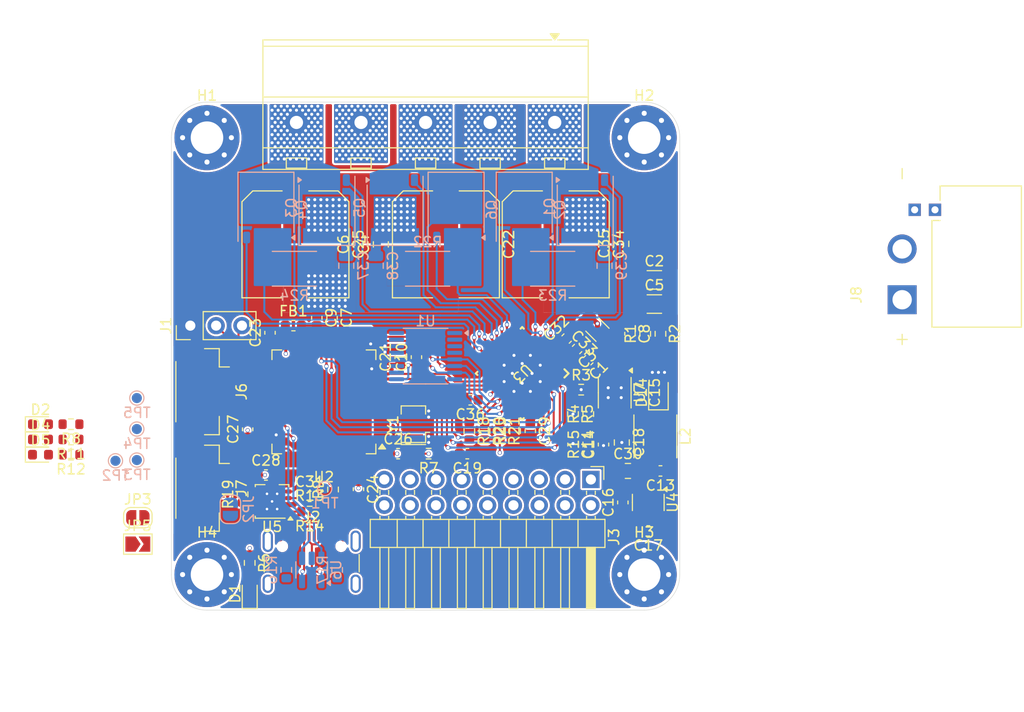
<source format=kicad_pcb>
(kicad_pcb (version 20241229) (generator "pcbnew") (generator_version "9.0")
  (layers (0 "F.Cu" signal) (4 "In1.Cu" signal) (6 "In2.Cu" signal) (2 "B.Cu" signal) (13 "F.Paste" user) (15 "B.Paste" user) (5 "F.SilkS" user "F.Silkscreen") (7 "B.SilkS" user "B.Silkscreen") (1 "F.Mask" user) (3 "B.Mask" user) (25 "Edge.Cuts" user))
  (net 0 "")
  (net 1 "GND")
  (net 2 "VDC")
  (net 3 "+3.3V")
  (net 4 "Reset")
  (net 5 "MOTOR_OUT_1")
  (net 6 "MOTOR_OUT_2")
  (net 7 "+5V")
  (net 8 "MOTOR_OUT_3")
  (net 9 "Net-(D1-A)")
  (net 10 "SWCLK")
  (net 11 "SWDIO")
  (net 12 "CAN_L")
  (net 13 "CAN_H")
  (net 14 "LED1")
  (net 15 "BOOT")
  (net 16 "LED2")
  (net 17 "LED3")
  (net 18 "CANTX")
  (net 19 "H1")
  (net 20 "L1")
  (net 21 "H2")
  (net 22 "L3")
  (net 23 "L2")
  (net 24 "H3")
  (net 25 "Net-(U4-BP)")
  (net 26 "Net-(D2-A)")
  (net 29 "Net-(JP2-B)")
  (net 30 "Net-(U5-RXD)")
  (net 31 "Net-(U5-TXD)")
  (net 32 "CURR_SENSE_C")
  (net 33 "CURR_SENSE_B")
  (net 34 "CURR_SENSE_A")
  (net 35 "SPA")
  (net 36 "SPC")
  (net 37 "SPB")
  (net 38 "Net-(Q1-G)")
  (net 39 "Net-(Q2-G)")
  (net 40 "Net-(Q3-G)")
  (net 41 "Net-(Q4-G)")
  (net 42 "Net-(Q5-G)")
  (net 43 "Net-(Q6-G)")
  (net 55 "Net-(D4-A)")
  (net 56 "Net-(D5-A)")
  (net 58 "Net-(U7-SS{slash}TR)")
  (net 59 "Net-(C11-Pad2)")
  (net 60 "Net-(U7-COMP)")
  (net 61 "Net-(U7-BOOT)")
  (net 62 "Net-(U7-EN)")
  (net 63 "Net-(U7-RT{slash}CLK)")
  (net 64 "Net-(U7-VSENSE)")
  (net 66 "Net-(J2-D+-PadA6)")
  (net 67 "Net-(J2-CC1)")
  (net 69 "Net-(J2-D--PadA7)")
  (net 70 "Net-(J2-CC2)")
  (net 72 "Net-(D14-K)")
  (net 76 "GATE_FAULT")
  (net 77 "GATE_EN")
  (net 96 "Net-(U3-CPH)")
  (net 97 "Net-(U3-CPL)")
  (net 98 "Net-(U3-VCP)")
  (net 99 "Net-(U3-DVDD)")
  (net 100 "GATE_MISO")
  (net 101 "GATE_CLK")
  (net 102 "GATE_CS")
  (net 103 "GATE_CAL")
  (net 104 "GATE_MOSI")
  (net 105 "D-")
  (net 106 "D+")
  (net 108 "Net-(U2-PF0)")
  (net 110 "Net-(U2-PF1)")
  (net 131 "Net-(H1-Pad1)")
  (net 132 "Net-(H3-Pad1)")
  (net 141 "ENCODER1")
  (net 142 "ENCODER2")
  (net 143 "SPI3_CLK")
  (net 144 "SPI3_MOSI")
  (net 145 "SPI3_MISO")
  (net 146 "VREF")
  (footprint "Crystal:Resonator_SMD_Murata_CSTxExxV-3Pin_3.0x1.1mm" (layer "F.Cu") (at 143.8 111.7 90)
    (property "Reference" "Y1")
    (property "Value" "Resonator")
  )
  (footprint "Resistor_SMD:R_0603_1608Metric" (layer "F.Cu") (at 153.8 112.375 90)
    (property "Reference" "R25")
    (property "Value" "10K")
  )
  (footprint "Resistor_SMD:R_0603_1608Metric" (layer "F.Cu") (at 168.1 102.8 -90)
    (property "Reference" "R2")
    (property "Value" "470K")
  )
  (footprint "Resistor_SMD:R_0603_1608Metric" (layer "F.Cu") (at 160.3 108.3)
    (property "Reference" "R3")
    (property "Value" "1K")
  )
  (footprint "Inductor_SMD:L_APV_ANR4020" (layer "F.Cu") (at 167.6 112.9 -90)
    (property "Reference" "L2")
    (property "Value" "12uH")
  )
  (footprint "Capacitor_SMD:C_0603_1608Metric" (layer "F.Cu") (at 149.1 114.6 180)
    (property "Reference" "C19")
    (property "Value" "100nF")
  )
  (footprint "Capacitor_SMD:C_0603_1608Metric" (layer "F.Cu") (at 142.3 114.6)
    (property "Reference" "C26")
    (property "Value" "100nF")
  )
  (footprint "Capacitor_SMD:C_0603_1608Metric" (layer "F.Cu") (at 168.1 116.3 180)
    (property "Reference" "C13")
    (property "Value" "10uF")
  )
  (footprint "Connector_USB:USB_C_Receptacle_GCT_USB4105-xx-A_16P_TopMnt_Horizontal" (layer "F.Cu") (at 133.8 126.325)
    (property "Reference" "J2")
    (property "Value" "USB_C_Receptacle_USB2.0_16P")
  )
  (footprint "LED_SMD:LED_0603_1608Metric" (layer "F.Cu") (at 107.125 114.7)
    (property "Reference" "D5")
    (property "Value" "LED_Small")
  )
  (footprint "Capacitor_SMD:C_Elec_10x10.2" (layer "F.Cu") (at 147 94 -90)
    (property "Reference" "C22")
    (property "Value" "470uF")
  )
  (footprint "Resistor_SMD:R_0603_1608Metric" (layer "F.Cu") (at 145.3 114.6 180)
    (property "Reference" "R7")
    (property "Value" "10K")
  )
  (footprint "Capacitor_SMD:C_0603_1608Metric" (layer "F.Cu") (at 161 105.4 -135)
    (property "Reference" "C1")
    (property "Value" "47nF")
  )
  (footprint "Resistor_SMD:R_0603_1608Metric" (layer "F.Cu") (at 152.3 112.375 -90)
    (property "Reference" "R21")
    (property "Value" "10K")
  )
  (footprint "MountingHole:MountingHole_3.2mm_M3_Pad_Via" (layer "F.Cu") (at 166.5 83.5)
    (property "Reference" "H2")
    (property "Value" "MountingHole_Pad")
  )
  (footprint "Capacitor_SMD:C_0603_1608Metric" (layer "F.Cu") (at 149.4 109.3 180)
    (property "Reference" "C36")
    (property "Value" "100nF")
  )
  (footprint "Resistor_SMD:R_0603_1608Metric" (layer "F.Cu") (at 166.6 102.8 90)
    (property "Reference" "R1")
    (property "Value" "56K")
  )
  (footprint "Capacitor_SMD:C_1206_3216Metric" (layer "F.Cu") (at 167.5 97.5)
    (property "Reference" "C2")
    (property "Value" "10uF")
  )
  (footprint "Capacitor_SMD:C_0603_1608Metric" (layer "F.Cu") (at 165.1 102.8 -90)
    (property "Reference" "C8")
    (property "Value" "100nF")
  )
  (footprint "Package_TO_SOT_SMD:SOT-23-5" (layer "F.Cu") (at 166.9 119.4 -90)
    (property "Reference" "U4")
    (property "Value" "MIC5219-3.3YM5")
  )
  (footprint "Capacitor_SMD:C_0603_1608Metric" (layer "F.Cu") (at 162.5 113.7 90)
    (property "Reference" "C14")
    (property "Value" "100nF")
  )
  (footprint "TiManh:TerminalBlock_1x05_P6.35mm_Horizontal" (layer "F.Cu") (at 157.7 82 180)
    (property "Reference" "J9" (hide yes))
    (property "Value" "Conn_01x05")
  )
  (footprint "Resistor_SMD:R_0603_1608Metric" (layer "F.Cu") (at 127.7 125.35 -90)
    (property "Reference" "R6")
    (property "Value" "1K")
  )
  (footprint "Capacitor_SMD:C_0603_1608Metric" (layer "F.Cu") (at 129.7 102.7 90)
    (property "Reference" "C23")
    (property "Value" "100nF")
  )
  (footprint "Resistor_SMD:R_0603_1608Metric" (layer "F.Cu") (at 133.600001 120.3 180)
    (property "Reference" "R14")
    (property "Value" "47R")
  )
  (footprint "Capacitor_SMD:C_0603_1608Metric" (layer "F.Cu") (at 127.5 112.2 90)
    (property "Reference" "C27")
    (property "Value" "100nF")
  )
  (footprint "Resistor_SMD:R_0603_1608Metric" (layer "F.Cu") (at 127 118.6 90)
    (property "Reference" "R19")
    (property "Value" "120R")
  )
  (footprint "Capacitor_SMD:C_0603_1608Metric" (layer "F.Cu") (at 142.5 105.1 90)
    (property "Reference" "C21")
    (property "Value" "100nF")
  )
  (footprint "Diode_SMD:D_0805_2012Metric" (layer "F.Cu") (at 167.9 108.6 90)
    (property "Reference" "D14")
    (property "Value" "B5819WS")
  )
  (footprint "Capacitor_SMD:C_0603_1608Metric" (layer "F.Cu") (at 134.3 101.225 -90)
    (property "Reference" "C9")
    (property "Value" "1uF")
  )
  (footprint "Resistor_SMD:R_0603_1608Metric" (layer "F.Cu") (at 135.9 118.125 90)
    (property "Reference" "R9")
    (property "Value" "10K")
  )
  (footprint "MountingHole:MountingHole_3.2mm_M3_Pad_Via" (layer "F.Cu") (at 123.5 126.5)
    (property "Reference" "H4")
    (property "Value" "MountingHole_Pad")
  )
  (footprint "Inductor_SMD:L_0603_1608Metric" (layer "F.Cu") (at 132 102)
    (property "Reference" "FB1")
    (property "Value" "FerriteBead")
  )
  (footprint "Capacitor_SMD:C_0603_1608Metric" (layer "F.Cu") (at 159.9 104.3 -135)
    (property "Reference" "C3")
    (property "Value" "1uF")
  )
  (footprint "Package_SO:HVSSOP-10-1EP_3x3mm_P0.5mm_EP1.57x1.88mm_ThermalVias" (layer "F.Cu") (at 163.6 108.6 -90)
    (property "Reference" "U7")
    (property "Value" "TPS54240DGQ")
  )
  (footprint "Capacitor_SMD:C_0603_1608Metric" (layer "F.Cu") (at 166.1 108.6 -90)
    (property "Reference" "C15")
    (property "Value" "100nF")
  )
  (footprint "Resistor_SMD:R_0603_1608Metric" (layer "F.Cu") (at 133.600002 117.3 180)
    (property "Reference" "R13")
    (property "Value" "47R")
  )
  (footprint "Resistor_SMD:R_0603_1608Metric" (layer "F.Cu") (at 110.125001 111.7 180)
    (property "Reference" "R8")
    (property "Value" "1K")
  )
  (footprint "LED_SMD:LED_0603_1608Metric" (layer "F.Cu") (at 107.125001 113.2)
    (property "Reference" "D4")
    (property "Value" "LED_Small")
  )
  (footprint "Resistor_SMD:R_0603_1608Metric" (layer "F.Cu") (at 110.125 114.7 180)
    (property "Reference" "R12")
    (property "Value" "1K")
  )
  (footprint "Resistor_SMD:R_0603_1608Metric" (layer "F.Cu") (at 110.125 113.2 180)
    (property "Reference" "R11")
    (property "Value" "1K")
  )
  (footprint "Capacitor_SMD:C_0603_1608Metric" (layer "F.Cu") (at 159.5 113.7 -90)
    (property "Reference" "C11")
    (property "Value" "100nF")
  )
  (footprint "LED_SMD:LED_0603_1608Metric" (layer "F.Cu") (at 127.7 128.35 90)
    (property "Reference" "D1")
    (property "Value" "LED_Small")
  )
  (footprint "Capacitor_SMD:C_0805_2012Metric" (layer "F.Cu") (at 164.3 113.5 -90)
    (property "Reference" "C18")
    (property "Value" "10uF")
  )
  (footprint "MountingHole:MountingHole_3.2mm_M3_Pad_Via" (layer "F.Cu") (at 123.5 83.5)
    (property "Reference" "H1")
    (property "Value" "MountingHole_Pad")
  )
  (footprint "Capacitor_SMD:C_0805_2012Metric" (layer "F.Cu") (at 138.6 94 90)
    (property "Reference" "C6")
    (property "Value" "22uF")
  )
  (footprint "XT30PW_2_2_-M.G.B:AMASS_XT30PW_2_2_-M.G.B" (layer "F.Cu") (at 199.2 95.2 90)
    (property "Reference" "J8")
    (property "Value" "XT30PW_2_2_-M.G.B")
  )
  (footprint "Capacitor_SMD:C_0603_1608Metric" (layer "F.Cu") (at 135.8 101.225 -90)
    (property "Reference" "C7")
    (property "Value" "100nF")
  )
  (footprint "MountingHole:MountingHole_3.2mm_M3_Pad_Via" (layer "F.Cu") (at 166.5 126.5)
    (property "Reference" "H3")
    (property "Value" "MountingHole_Pad")
  )
  (footprint "Capacitor_SMD:C_0603_1608Metric" (layer "F.Cu") (at 158.868629 103.268629 45)
    (property "Reference" "C32")
    (property "Value" "100nF")
  )
  (footprint "Capacitor_SMD:C_0603_1608Metric" (layer "F.Cu") (at 129.3 116.7)
    (property "Reference" "C28")
    (property "Value" "100nF")
  )
  (footprint "Connector_JST:JST_GH_SM04B-GHS-TB_1x04-1MP_P1.25mm_Horizontal" (layer "F.Cu") (at 123 118 -90)
    (property "Reference" "J7")
    (property "Value" "CAN_IN")
  )
  (footprint "Capacitor_SMD:C_0603_1608Metric" (layer "F.Cu") (at 138.4 118.1 -90)
    (property "Reference" "C24")
    (property "Value" "100nF")
  )
  (footprint "Capacitor_SMD:C_0603_1608Metric" (layer "F.Cu") (at 133.600002 118.8)
    (property "Reference" "C31")
    (property "Value" "100nF")
  )
  (footprint "Resistor_SMD:R_0603_1608Metric" (layer "F.Cu") (at 159.5 110.7 -90)
    (property "Reference" "R5")
    (property "Value" "10K")
  )
  (footprint "Package_SON:Texas_S-PVSON-N8_ThermalVias" (layer "F.Cu") (at 129.9 119.3 180)
    (property "Reference" "U5")
    (property "Value" "TCAN1044V")
  )
  (footprint "Capacitor_SMD:C_1206_3216Metric" (layer "F.Cu") (at 167.5 99.875001)
    (property "Reference" "C5")
    (property "Value" "10uF")
  )
  (footprint "Capacitor_SMD:C_0603_1608Metric" (layer "F.Cu") (at 166.9 122.2 180)
    (property "Reference" "C17")
    (property "Value" "10uF")
  )
  (footprint "Capacitor_SMD:C_0603_1608Metric" (layer "F.Cu") (at 164.4 119.4 90)
    (property "Reference" "C16")
    (property "Value" "470pF")
  )
  (footprint "Capacitor_SMD:C_Elec_10x10.2" (layer "F.Cu") (at 157.8 94 -90)
    (property "Reference" "C34")
    (property "Value" "470uF")
  )
  (footprint "Jumper:SolderJumper-2_P1.3mm_Open_TrianglePad1.0x1.5mm" (layer "F.Cu") (at 116.7 123.5)
    (property "Reference" "JP5")
    (property "Value" "SolderJumper_2_Open")
  )
  (footprint "Resistor_SMD:R_0603_1608Metric" (layer "F.Cu") (at 149.3 112.375 -90)
    (property "Reference" "R18")
    (property "Value" "10K")
  )
  (footprint "Package_QFP:LQFP-64_10x10mm_P0.5mm" (layer "F.Cu") (at 135 109.5 180)
    (property "Reference" "U2")
    (property "Value" "STM32G431RBTx")
  )
  (footprint "Connector_PinHeader_2.54mm:PinHeader_1x03_P2.54mm_Vertical" (layer "F.Cu") (at 121.860001 102 90)
    (property "Reference" "J1")
    (property "Value" "SWD")
  )
  (footprint "Capacitor_SMD:C_0805_2012Metric" (layer "F.Cu") (at 164.9 116.3)
    (property "Reference" "C30")
    (property "Value" "10uF")
  )
  (footprint "Capacitor_SMD:C_Elec_10x10.2" (layer "F.Cu") (at 132.2 94 -90)
    (property "Reference" "C25")
    (property "Value" "470uF")
  )
  (footprint "Resistor_SMD:R_0603_1608Metric" (layer "F.Cu") (at 161 110.7 90)
    (property "Reference" "R4")
    (property "Value" "115K")
  )
  (footprint "Capacitor_SMD:C_0603_1608Metric" (layer "F.Cu") (at 144.1 105.1 90)
    (property "Reference" "C10")
    (property "Value" "100nF")
  )
  (footprint "Connector_JST:JST_GH_SM04B-GHS-TB_1x04-1MP_P1.25mm_Horizontal" (layer "F.Cu") (at 123 108.5 -90)
    (property "Reference" "J6")
    (property "Value" "CAN_OUT")
  )
  (footprint "Capacitor_SMD:C_0805_2012Metric" (layer "F.Cu") (at 164.25 93.95 90)
    (property "Reference" "C35")
    (property "Value" "22uF")
  )
  (footprint "DRV8323SRTAT:RTA0040B" (layer "F.Cu") (at 154.5 106.7 -135)
    (property "Reference" "U3")
    (property "Value" "DRV8323SRTAT")
  )
  (footprint "Capacitor_SMD:C_0805_2012Metric" (layer "F.Cu") (at 140.6 94 90)
    (property "Reference" "C4")
    (property "Value" "22uF")
  )
  (footprint "Connector_PinHeader_2.54mm:PinHeader_2x09_P2.54mm_Horizontal" (layer "F.Cu") (at 161.26 117.14 -90)
    (property "Reference" "J3")
    (property "Value" "Conn_02x09_Odd_Even")
  )
  (footprint "Resistor_SMD:R_0603_1608Metric" (layer "F.Cu") (at 161 113.7 90)
    (property "Reference" "R15")
    (property "Value" "1K")
  )
  (footprint "Capacitor_SMD:C_1206_3216Metric" (layer "F.Cu") (at 161.9 102.4 135)
    (property "Reference" "C33")
    (property "Value" "10uF")
  )
  (footprint "LED_SMD:LED_0603_1608Metric" (layer "F.Cu") (at 107.125001 111.7)
    (property "Reference" "D2")
    (property "Value" "LED_Small")
  )
  (footprint "Capacitor_SMD:C_0603_1608Metric" (layer "F.Cu") (at 155.3 112.375 -90)
    (property "Reference" "C29")
    (property "Value" "1uF")
  )
  (footprint "Jumper:SolderJumper-2_P1.3mm_Open_RoundedPad1.0x1.5mm" (layer "F.Cu") (at 116.7 120.9)
    (property "Reference" "JP3")
    (property "Value" "SolderJumper_2_Open")
  )
  (footprint "Resistor_SMD:R_0603_1608Metric" (layer "F.Cu") (at 150.8 112.375 -90)
    (property "Reference" "R20")
    (property "Value" "10K")
  )
  (footprint "Package_DFN_QFN:PQFN-8-EP_6x5mm_P1.27mm_Generic" (layer "B.Cu") (at 148 90.6 90)
    (property "Reference" "Q6")
    (property "Value" "DON50N04")
  )
  (footprint "Capacitor_SMD:C_0805_2012Metric" (layer "B.Cu") (at 140.1 96.1 90)
    (property "Reference" "C38")
    (property "Value" "22uF")
  )
  (footprint "TestPoint:TestPoint_Pad_D1.0mm" (layer "B.Cu") (at 116.6 115.22675)
    (property "Reference" "TP3")
    (property "Value" "TestPoint")
  )
  (footprint "Resistor_SMD:R_2512_6332Metric" (layer "B.Cu") (at 145.2 96.4 180)
    (property "Reference" "R22")
    (property "Value" "2mR")
  )
  (footprint "Capacitor_SMD:C_0805_2012Metric" (layer "B.Cu") (at 162.6 96.1 90)
    (property "Reference" "C39")
    (property "Value" "22uF")
  )
  (footprint "Capacitor_SMD:C_0805_2012Metric" (layer "B.Cu") (at 137.2 96.1 90)
    (property "Reference" "C37")
    (property "Value" "22uF")
  )
  (footprint "Package_DFN_QFN:PQFN-8-EP_6x5mm_P1.27mm_Generic" (layer "B.Cu") (at 160.7 90.4 -90)
    (property "Reference" "Q1")
    (property "Value" "DON50N04")
  )
  (footprint "Resistor_SMD:R_0603_1608Metric" (layer "B.Cu") (at 136.3 126.035 -90)
    (property "Reference" "R17")
    (property "Value" "5.1K")
  )
  (footprint "Package_DFN_QFN:PQFN-8-EP_6x5mm_P1.27mm_Generic" (layer "B.Cu") (at 142 90.4 -90)
    (property "Reference" "Q5")
    (property "Value" "DON50N04")
  )
  (footprint "Resistor_SMD:R_2512_6332Metric" (layer "B.Cu") (at 132.1 96.4)
    (property "Reference" "R24")
    (property "Value" "2mR")
  )
  (footprint "TestPoint:TestPoint_Pad_D1.0mm" (layer "B.Cu") (at 116.6 112.17675)
    (property "Reference" "TP4")
    (property "Value" "TestPoint")
  )
  (footprint "Package_SO:TSSOP-16_4.4x5mm_P0.65mm" (layer "B.Cu") (at 145 105 180)
    (property "Reference" "U1")
    (property "Value" "MT6826SGT")
  )
  (footprint "Resistor_SMD:R_0603_1608Metric" (layer "B.Cu") (at 131.3 126.035 -90)
    (property "Reference" "R16")
    (property "Value" "5.1K")
  )
  (footprint "Jumper:SolderJumper-2_P1.3mm_Open_RoundedPad1.0x1.5mm" (layer "B.Cu") (at 125.8 120.08 90)
    (property "Reference" "JP2")
    (property "Value" "Jumper_2_Open")
  )
  (footprint "TestPoint:TestPoint_Pad_D1.0mm" (layer "B.Cu") (at 114.5 115.3)
    (property "Reference" "TP2")
    (property "Value" "TestPoint")
  )
  (footprint "Package_DFN_QFN:PQFN-8-EP_6x5mm_P1.27mm_Generic" (layer "B.Cu") (at 154.7 90.6 90)
    (property "Reference" "Q2")
    (property "Value" "DON50N04")
  )
  (footprint "Resistor_SMD:R_2512_6332Metric" (layer "B.Cu") (at 157.5 96.4)
    (property "Reference" "R23")
    (property "Value" "2mR")
  )
  (footprint "Package_DFN_QFN:PQFN-8-EP_6x5mm_P1.27mm_Generic" (layer "B.Cu") (at 129.3 90.6 90)
    (property "Reference" "Q4")
    (property "Value" "NMOS-8PINS")
  )
  (footprint "TestPoint:TestPoint_Pad_D1.0mm" (layer "B.Cu") (at 135.080002 118.03)
    (property "Reference" "TP1")
    (property "Value" "TestPoint")
  )
  (footprint "TestPoint:TestPoint_Pad_D1.0mm" (layer "B.Cu") (at 116.6 109.12675)
    (property "Reference" "TP5")
    (property "Value" "TestPoint")
  )
  (footprint "Package_TO_SOT_SMD:SOT-23-6" (layer "B.Cu") (at 133.8 126.035 90)
    (property "Reference" "U6")
    (property "Value" "USBLC6-2SC6")
  )
  (footprint "Package_DFN_QFN:PQFN-8-EP_6x5mm_P1.27mm_Generic" (layer "B.Cu") (at 135.3 90.4 -90)
    (property "Reference" "Q3")
    (property "Value" "DON50N04")
  )
  (gr_arc (start 123.5 130) (mid 121.025126 128.974874) (end 120 126.5) (stroke (width 0.05)) (layer "Edge.Cuts"))
  (gr_arc (start 120 83.5) (mid 121.025126 81.025126) (end 123.5 80) (stroke (width 0.05)) (layer "Edge.Cuts"))
  (gr_line (start 123.5 80) (end 166.5 80) (stroke (width 0.05)) (layer "Edge.Cuts"))
  (gr_line (start 120 126.5) (end 120 83.5) (stroke (width 0.05)) (layer "Edge.Cuts"))
  (gr_line (start 166.5 130) (end 123.5 130) (stroke (width 0.05)) (layer "Edge.Cuts"))
  (gr_arc (start 170 126.5) (mid 168.974874 128.974874) (end 166.5 130) (stroke (width 0.05)) (layer "Edge.Cuts"))
  (gr_line (start 170 83.5) (end 170 126.5) (stroke (width 0.05)) (layer "Edge.Cuts"))
  (gr_arc (start 166.5 80) (mid 168.974874 81.025126) (end 170 83.5) (stroke (width 0.05)) (layer "Edge.Cuts"))
  (segment (start 129.325 112.75) (end 130.305886 112.75) (width 0.2) (layer "F.Cu") (net 1))
  (segment (start 159.5 109.875) (end 159.5 110.7) (width 0.2) (layer "F.Cu") (net 1))
  (segment (start 164.3 112.550001) (end 164.3 113.5) (width 0.2) (layer "F.Cu") (net 1))
  (segment (start 159.475 108.3) (end 160.3 108.3) (width 0.2) (layer "F.Cu") (net 1))
  (segment (start 162.5 114.475) (end 162.5 113.8) (width 0.2) (layer "F.Cu") (net 1))
  (segment (start 159.5 112.925) (end 159.5 113.6) (width 0.2) (layer "F.Cu") (net 1))
  (via (at 133.5 98.9) (size 0.4) (drill 0.3) (layers "F.Cu" "B.Cu") (net 1))
  (via (at 136.5 98.9) (size 0.4) (drill 0.3) (layers "F.Cu" "B.Cu") (net 1))
  (via (at 151.35 84) (size 0.4) (drill 0.3) (layers "F.Cu" "B.Cu") (net 1))
  (via (at 145.3 113.5) (size 0.4) (drill 0.3) (layers "F.Cu" "B.Cu") (net 1))
  (via (at 152.25 85.2) (size 0.4) (drill 0.3) (layers "F.Cu" "B.Cu") (net 1))
  (via (at 145.3 111) (size 0.4) (drill 0.3) (layers "F.Cu" "B.Cu") (net 1))
  (via (at 133.5 99.5) (size 0.4) (drill 0.3) (layers "F.Cu" "B.Cu") (net 1))
  (via (at 134.7 100.1) (size 0.4) (drill 0.3) (layers "F.Cu" "B.Cu") (net 1))
  (via (at 135.3 97.7) (size 0.4) (drill 0.3) (layers "F.Cu" "B.Cu") (net 1))
  (via (at 153.45 83.6) (size 0.4) (drill 0.3) (layers "F.Cu" "B.Cu") (net 1))
  (via (at 153.45 84.4) (size 0.4) (drill 0.3) (layers "F.Cu" "B.Cu") (net 1))
  (via (at 149.25 85.2) (size 0.4) (drill 0.3) (layers "F.Cu" "B.Cu") (net 1))
  (via (at 150.45 83.6) (size 0.4) (drill 0.3) (layers "F.Cu" "B.Cu") (net 1))
  (via (at 153.15 84.8) (size 0.4) (drill 0.3) (layers "F.Cu" "B.Cu") (net 1))
  (via (at 133.5 98.3) (size 0.4) (drill 0.3) (layers "F.Cu" "B.Cu") (net 1))
  (via (at 148.95 84.8) (size 0.4) (drill 0.3) (layers "F.Cu" "B.Cu") (net 1))
  (via (at 150.15 80.8) (size 0.4) (drill 0.3) (layers "F.Cu" "B.Cu") (net 1))
  (via (at 135.3 97.1) (size 0.4) (drill 0.3) (layers "F.Cu" "B.Cu") (net 1))
  (via (at 149.85 82.8) (size 0.4) (drill 0.3) (layers "F.Cu" "B.Cu") (net 1))
  (via (at 149.85 84.4) (size 0.4) (drill 0.3) (layers "F.Cu" "B.Cu") (net 1))
  (via (at 150.75 80.8) (size 0.4) (drill 0.3) (layers "F.Cu" "B.Cu") (net 1))
  (via (at 145.3 110.4) (size 0.4) (drill 0.3) (layers "F.Cu" "B.Cu") (net 1))
  (via (at 151.35 85.6) (size 0.4) (drill 0.3) (layers "F.Cu" "B.Cu") (net 1))
  (via (at 153.45 80.4) (size 0.4) (drill 0.3) (layers "F.Cu" "B.Cu") (net 1))
  (via (at 136.5 100.1) (size 0.4) (drill 0.3) (layers "F.Cu" "B.Cu") (net 1))
  (via (at 136.5 97.1) (size 0.4) (drill 0.3) (layers "F.Cu" "B.Cu") (net 1))
  (via (at 139.7 106.25) (size 0.4) (drill 0.3) (layers "F.Cu" "B.Cu") (net 1))
  (via (at 152.55 84) (size 0.4) (drill 0.3) (layers "F.Cu" "B.Cu") (net 1))
  (via (at 149.25 81.2) (size 0.4) (drill 0.3) (layers "F.Cu" "B.Cu") (net 1))
  (via (at 149.85 80.4) (size 0.4) (drill 0.3) (layers "F.Cu" "B.Cu") (net 1))
  (via (at 135.9 100.1) (size 0.4) (drill 0.3) (layers "F.Cu" "B.Cu") (net 1))
  (via (at 149.55 84.8) (size 0.4) (drill 0.3) (layers "F.Cu" "B.Cu") (net 1))
  (via (at 149.55 85.6) (size 0.4) (drill 0.3) (layers "F.Cu" "B.Cu") (net 1))
  (via (at 134.1 98.9) (size 0.4) (drill 0.3) (layers "F.Cu" "B.Cu") (net 1))
  (via (at 135.3 99.5) (size 0.4) (drill 0.3) (layers "F.Cu" "B.Cu") (net 1))
  (via (at 150.75 83.2) (size 0.4) (drill 0.3) (layers "F.Cu" "B.Cu") (net 1))
  (via (at 134.1 97.1) (size 0.4) (drill 0.3) (layers "F.Cu" "B.Cu") (net 1))
  (via (at 150.15 84.8) (size 0.4) (drill 0.3) (layers "F.Cu" "B.Cu") (net 1))
  (via (at 133.5 97.1) (size 0.4) (drill 0.3) (layers "F.Cu" "B.Cu") (net 1))
  (via (at 149.25 80.4) (size 0.4) (drill 0.3) (layers "F.Cu" "B.Cu") (net 1))
  (via (at 149.55 84) (size 0.4) (drill 0.3) (layers "F.Cu" "B.Cu") (net 1))
  (via (at 135.9 97.1) (size 0.4) (drill 0.3) (layers "F.Cu" "B.Cu") (net 1))
  (via (at 141 104.001) (size 0.4) (drill 0.3) (layers "F.Cu" "B.Cu") (net 1))
  (via (at 153.45 81.2) (size 0.4) (drill 0.3) (layers "F.Cu" "B.Cu") (net 1))
  (via (at 148.95 80.8) (size 0.4) (drill 0.3) (layers "F.Cu" "B.Cu") (net 1))
  (via (at 153.75 84.8) (size 0.4) (drill 0.3) (layers "F.Cu" "B.Cu") (net 1))
  (via (at 149.25 83.6) (size 0.4) (drill 0.3) (layers "F.Cu" "B.Cu") (net 1))
  (via (at 133.5 97.7) (size 0.4) (drill 0.3) (layers "F.Cu" "B.Cu") (net 1))
  (via (at 152.85 83.6) (size 0.4) (drill 0.3) (layers "F.Cu" "B.Cu") (net 1))
  (via (at 151.95 83.2) (size 0.4) (drill 0.3) (layers "F.Cu" "B.Cu") (net 1))
  (via (at 148.95 81.6) (size 0.4) (drill 0.3) (layers "F.Cu" "B.Cu") (net 1))
  (via (at 150.45 82.8) (size 0.4) (drill 0.3) (layers "F.Cu" "B.Cu") (net 1))
  (via (at 153.75 82.4) (size 0.4) (drill 0.3) (layers "F.Cu" "B.Cu") (net 1))
  (via (at 137.1 97.1) (size 0.4) (drill 0.3) (layers "F.Cu" "B.Cu") (net 1))
  (via (at 137.1 98.3) (size 0.4) (drill 0.3) (layers "F.Cu" "B.Cu") (net 1))
  (via (at 145.3 112.9) (size 0.4) (drill 0.3) (layers "F.Cu" "B.Cu") (net 1))
  (via (at 149.85 85.2) (size 0.4) (drill 0.3) (layers "F.Cu" "B.Cu") (net 1))
  (via (at 153.15 85.6) (size 0.4) (drill 0.3) (layers "F.Cu" "B.Cu") (net 1))
  (via (at 153.45 82) (size 0.4) (drill 0.3) (layers "F.Cu" "B.Cu") (net 1))
  (via (at 150.75 85.6) (size 0.4) (drill 0.3) (layers "F.Cu" "B.Cu") (net 1))
  (via (at 153.75 80.8) (size 0.4) (drill 0.3) (layers "F.Cu" "B.Cu") (net 1))
  (via (at 149.85 81.2) (size 0.4) (drill 0.3) (layers "F.Cu" "B.Cu") (net 1))
  (via (at 151.95 84) (size 0.4) (drill 0.3) (layers "F.Cu" "B.Cu") (net 1))
  (via (at 135.9 98.3) (size 0.4) (drill 0.3) (layers "F.Cu" "B.Cu") (net 1))
  (via (at 164.3 113.5) (size 0.4) (drill 0.3) (layers "F.Cu" "B.Cu") (net 1))
  (via (at 148.95 84) (size 0.4) (drill 0.3) (layers "F.Cu" "B.Cu") (net 1))
  (via (at 134.1 97.7) (size 0.4) (drill 0.3) (layers "F.Cu" "B.Cu") (net 1))
  (via (at 150.15 83.2) (size 0.4) (drill 0.3) (layers "F.Cu" "B.Cu") (net 1))
  (via (at 152.55 84.8) (size 0.4) (drill 0.3) (layers "F.Cu" "B.Cu") (net 1))
  (via (at 149.25 82.8) (size 0.4) (drill 0.3) (layers "F.Cu" "B.Cu") (net 1))
  (via (at 152.85 84.4) (size 0.4) (drill 0.3) (layers "F.Cu" "B.Cu") (net 1))
  (via (at 148.95 82.4) (size 0.4) (drill 0.3) (layers "F.Cu" "B.Cu") (net 1))
  (via (at 134.1 98.3) (size 0.4) (drill 0.3) (layers "F.Cu" "B.Cu") (net 1))
  (via (at 152.55 82.4) (size 0.4) (drill 0.3) (layers "F.Cu" "B.Cu") (net 1))
  (via (at 135.9 99.5) (size 0.4) (drill 0.3) (layers "F.Cu" "B.Cu") (net 1))
  (via (at 152.85 80.4) (size 0.4) (drill 0.3) (layers "F.Cu" "B.Cu") (net 1))
  (via (at 134.7 99.5) (size 0.4) (drill 0.3) (layers "F.Cu" "B.Cu") (net 1))
  (via (at 150.15 85.6) (size 0.4) (drill 0.3) (layers "F.Cu" "B.Cu") (net 1))
  (via (at 159.5 113.6) (size 0.4) (drill 0.3) (layers "F.Cu" "B.Cu") (net 1))
  (via (at 152.85 85.2) (size 0.4) (drill 0.3) (layers "F.Cu" "B.Cu") (net 1))
  (via (at 137.1 99.5) (size 0.4) (drill 0.3) (layers "F.Cu" "B.Cu") (net 1))
  (via (at 151.05 84.4) (size 0.4) (drill 0.3) (layers "F.Cu" "B.Cu") (net 1))
  (via (at 149.85 82) (size 0.4) (drill 0.3) (layers "F.Cu" "B.Cu") (net 1))
  (via (at 152.55 80.8) (size 0.4) (drill 0.3) (layers "F.Cu" "B.Cu") (net 1))
  (via (at 133.5 100.1) (size 0.4) (drill 0.3) (layers "F.Cu" "B.Cu") (net 1))
  (via (at 149.25 84.4) (size 0.4) (drill 0.3) (layers "F.Cu" "B.Cu") (net 1))
  (via (at 151.65 84.4) (size 0.4) (drill 0.3) (layers "F.Cu" "B.Cu") (net 1))
  (via (at 150.15 81.6) (size 0.4) (drill 0.3) (layers "F.Cu" "B.Cu") (net 1))
  (via (at 141 104.6) (size 0.4) (drill 0.3) (layers "F.Cu" "B.Cu") (net 1))
  (via (at 150.45 80.4) (size 0.4) (drill 0.3) (layers "F.Cu" "B.Cu") (net 1))
  (via (at 151.65 80.4) (size 0.4) (drill 0.3) (layers "F.Cu" "B.Cu") (net 1))
  (via (at 150.15 84) (size 0.4) (drill 0.3) (layers "F.Cu" "B.Cu") (net 1))
  (via (at 151.05 83.6) (size 0.4) (drill 0.3) (layers "F.Cu" "B.Cu") (net 1))
  (via (at 153.15 82.4) (size 0.4) (drill 0.3) (layers "F.Cu" "B.Cu") (net 1))
  (via (at 134.7 98.9) (size 0.4) (drill 0.3) (layers "F.Cu" "B.Cu") (net 1))
  (via (at 135.9 98.9) (size 0.4) (drill 0.3) (layers "F.Cu" "B.Cu") (net 1))
  (via (at 137.1 97.7) (size 0.4) (drill 0.3) (layers "F.Cu" "B.Cu") (net 1))
  (via (at 136.5 98.3) (size 0.4) (drill 0.3) (layers "F.Cu" "B.Cu") (net 1))
  (via (at 150.75 84.8) (size 0.4) (drill 0.3) (layers "F.Cu" "B.Cu") (net 1))
  (via (at 134.7 97.1) (size 0.4) (drill 0.3) (layers "F.Cu" "B.Cu") (net 1))
  (via (at 153.75 81.6) (size 0.4) (drill 0.3) (layers "F.Cu" "B.Cu") (net 1))
  (via (at 152.85 82) (size 0.4) (drill 0.3) (layers "F.Cu" "B.Cu") (net 1))
  (via (at 134.7 97.7) (size 0.4) (drill 0.3) (layers "F.Cu" "B.Cu") (net 1))
  (via (at 160.3 108.3) (size 0.4) (drill 0.3) (layers "F.Cu" "B.Cu") (net 1))
  (via (at 150.45 81.2) (size 0.4) (drill 0.3) (layers "F.Cu" "B.Cu") (net 1))
  (via (at 149.25 82) (size 0.4) (drill 0.3) (layers "F.Cu" "B.Cu") (net 1))
  (via (at 153.75 84) (size 0.4) (drill 0.3) (layers "F.Cu" "B.Cu") (net 1))
  (via (at 153.45 85.2) (size 0.4) (drill 0.3) (layers "F.Cu" "B.Cu") (net 1))
  (via (at 150.75 84) (size 0.4) (drill 0.3) (layers "F.Cu" "B.Cu") (net 1))
  (via (at 153.15 83.2) (size 0.4) (drill 0.3) (layers "F.Cu" "B.Cu") (net 1))
  (via (at 135.3 98.9) (size 0.4) (drill 0.3) (layers "F.Cu" "B.Cu") (net 1))
  (via (at 153.45 82.8) (size 0.4) (drill 0.3) (layers "F.Cu" "B.Cu") (net 1))
  (via (at 153.75 85.6) (size 0.4) (drill 0.3) (layers "F.Cu" "B.Cu") (net 1))
  (via (at 134.7 98.3) (size 0.4) (drill 0.3) (layers "F.Cu" "B.Cu") (net 1))
  (via (at 152.55 83.2) (size 0.4) (drill 0.3) (layers "F.Cu" "B.Cu") (net 1))
  (via (at 152.55 85.6) (size 0.4) (drill 0.3) (layers "F.Cu" "B.Cu") (net 1))
  (via (at 153.15 81.6) (size 0.4) (drill 0.3) (layers "F.Cu" "B.Cu") (net 1))
  (via (at 152.85 81.2) (size 0.4) (drill 0.3) (layers "F.Cu" "B.Cu") (net 1))
  (via (at 151.05 80.4) (size 0.4) (drill 0.3) (layers "F.Cu" "B.Cu") (net 1))
  (via (at 168.5 106.6) (size 0.4) (drill 0.3) (layers "F.Cu" "B.Cu") (net 1))
  (via (at 137.1 100.1) (size 0.4) (drill 0.3) (layers "F.Cu" "B.Cu") (net 1))
  (via (at 162.5 113.8) (size 0.4) (drill 0.3) (layers "F.Cu" "B.Cu") (net 1))
  (via (at 151.35 80.8) (size 0.4) (drill 0.3) (layers "F.Cu" "B.Cu") (net 1))
  (via (at 150.45 84.4) (size 0.4) (drill 0.3) (layers "F.Cu" "B.Cu") (net 1))
  (via (at 136.5 99.5) (size 0.4) (drill 0.3) (layers "F.Cu" "B.Cu") (net 1))
  (via (at 149.85 83.6) (size 0.4) (drill 0.3) (layers "F.Cu" "B.Cu") (net 1))
  (via (at 159.5 110.7) (size 0.4) (drill 0.3) (layers "F.Cu" "B.Cu") (net 1))
  (via (at 152.25 81.2) (size 0.4) (drill 0.3) (layers "F.Cu" "B.Cu") (net 1))
  (via (at 135.9 97.7) (size 0.4) (drill 0.3) (layers "F.Cu" "B.Cu") (net 1))
  (via (at 134.1 99.5) (size 0.4) (drill 0.3) (layers "F.Cu" "B.Cu") (net 1))
  (via (at 130.305886 112.75) (size 0.4) (drill 0.3) (layers "F.Cu" "B.Cu") (net 1))
  (via (at 135.3 98.3) (size 0.4) (drill 0.3) (layers "F.Cu" "B.Cu") (net 1))
  (via (at 148.95 83.2) (size 0.4) (drill 0.3) (layers "F.Cu" "B.Cu") (net 1))
  (via (at 152.25 84.4) (size 0.4) (drill 0.3) (layers "F.Cu" "B.Cu") (net 1))
  (via (at 151.05 85.2) (size 0.4) (drill 0.3) (layers "F.Cu" "B.Cu") (net 1))
  (via (at 137.1 98.9) (size 0.4) (drill 0.3) (layers "F.Cu" "B.Cu") (net 1))
  (via (at 167.9 106.6) (size 0.4) (drill 0.3) (layers "F.Cu" "B.Cu") (net 1))
  (via (at 149.55 81.6) (size 0.4) (drill 0.3) (layers "F.Cu" "B.Cu") (net 1))
  (via (at 151.95 85.6) (size 0.4) (drill 0.3) (layers "F.Cu" "B.Cu") (net 1))
  (via (at 150.45 85.2) (size 0.4) (drill 0.3) (layers "F.Cu" "B.Cu") (net 1))
  (via (at 151.65 85.2) (size 0.4) (drill 0.3) (layers "F.Cu" "B.Cu") (net 1))
  (via (at 151.35 84.8) (size 0.4) (drill 0.3) (layers "F.Cu" "B.Cu") (net 1))
  (via (at 152.25 80.4) (size 0.4) (drill 0.3) (layers "F.Cu" "B.Cu") (net 1))
  (via (at 149.55 82.4) (size 0.4) (drill 0.3) (layers "F.Cu" "B.Cu") (net 1))
  (via (at 148.95 85.6) (size 0.4) (drill 0.3) (layers "F.Cu" "B.Cu") (net 1))
  (via (at 152.25 82.8) (size 0.4) (drill 0.3) (layers "F.Cu" "B.Cu") (net 1))
  (via (at 152.55 81.6) (size 0.4) (drill 0.3) (layers "F.Cu" "B.Cu") (net 1))
  (via (at 153.15 84) (size 0.4) (drill 0.3) (layers "F.Cu" "B.Cu") (net 1))
  (via (at 149.55 83.2) (size 0.4) (drill 0.3) (layers "F.Cu" "B.Cu") (net 1))
  (via (at 152.25 83.6) (size 0.4) (drill 0.3) (layers "F.Cu" "B.Cu") (net 1))
  (via (at 151.95 84.8) (size 0.4) (drill 0.3) (layers "F.Cu" "B.Cu") (net 1))
  (via (at 149.55 80.8) (size 0.4) (drill 0.3) (layers "F.Cu" "B.Cu") (net 1))
  (via (at 151.35 83.2) (size 0.4) (drill 0.3) (layers "F.Cu" "B.Cu") (net 1))
  (via (at 134.1 100.1) (size 0.4) (drill 0.3) (layers "F.Cu" "B.Cu") (net 1))
  (via (at 151.65 83.6) (size 0.4) (drill 0.3) (layers "F.Cu" "B.Cu") (net 1))
  (via (at 139.6 103.8) (size 0.4) (drill 0.3) (layers "F.Cu" "B.Cu") (net 1))
  (via (at 152.85 82.8) (size 0.4) (drill 0.3) (layers "F.Cu" "B.Cu") (net 1))
  (via (at 153.15 80.8) (size 0.4) (drill 0.3) (layers "F.Cu" "B.Cu") (net 1))
  (via (at 153.75 83.2) (size 0.4) (drill 0.3) (layers "F.Cu" "B.Cu") (net 1))
  (via (at 136.5 97.7) (size 0.4) (drill 0.3) (layers "F.Cu" "B.Cu") (net 1))
  (via (at 151.95 80.8) (size 0.4) (drill 0.3) (layers "F.Cu" "B.Cu") (net 1))
  (via (at 150.15 82.4) (size 0.4) (drill 0.3) (layers "F.Cu" "B.Cu") (net 1))
  (via (at 135.3 100.1) (size 0.4) (drill 0.3) (layers "F.Cu" "B.Cu") (net 1))
  (via (at 167.3 106.6) (size 0.4) (drill 0.3) (layers "F.Cu" "B.Cu") (net 1))
  (segment (start 161.457017 101.357017) (end 161.9 101.8) (width 0.5) (layer "F.Cu") (net 2))
  (segment (start 158.320621 103.816637) (end 158.283363 103.816637) (width 0.5) (layer "F.Cu") (net 2))
  (segment (start 157.5 104.4) (end 156.8 105.1) (width 0.5) (layer "F.Cu") (net 2))
  (segment (start 158.320621 103.816637) (end 160.383363 103.816637) (width 0.5) (layer "F.Cu") (net 2))
  (segment (start 161.9 101.8) (end 161.9 102.3) (width 0.5) (layer "F.Cu") (net 2))
  (segment (start 157.7 104.4) (end 157.5 104.4) (width 0.5) (layer "F.Cu") (net 2))
  (segment (start 161.9 102.3) (end 160.448008 103.751992) (width 0.5) (layer "F.Cu") (net 2))
  (segment (start 160.857017 101.357017) (end 161.457017 101.357017) (width 0.5) (layer "F.Cu") (net 2))
  (segment (start 158.283363 103.816637) (end 157.7 104.4) (width 0.5) (layer "F.Cu") (net 2))
  (segment (start 160.383363 103.816637) (end 160.448008 103.751992) (width 0.5) (layer "F.Cu") (net 2))
  (via (at 139.25 83.2) (size 0.4) (drill 0.3) (layers "F.Cu" "B.Cu") (net 2))
  (via (at 140.45 84) (size 0.4) (drill 0.3) (layers "F.Cu" "B.Cu") (net 2))
  (via (at 134.7 90.2) (size 0.4) (drill 0.3) (layers "F.Cu" "B.Cu") (net 2))
  (via (at 142 91.4) (size 0.4) (drill 0.3) (layers "F.Cu" "B.Cu") (net 2))
  (via (at 137.1 90.8) (size 0.4) (drill 0.3) (layers "F.Cu" "B.Cu") (net 2))
  (via (at 158.9 92) (size 0.4) (drill 0.3) (layers "F.Cu" "B.Cu") (net 2))
  (via (at 138.65 85.6) (size 0.4) (drill 0.3) (layers "F.Cu" "B.Cu") (net 2))
  (via (at 160.7 92.6) (size 0.4) (drill 0.3) (layers "F.Cu" "B.Cu") (net 2))
  (via (at 137.1 89.6) (size 0.4) (drill 0.3) (layers "F.Cu" "B.Cu") (net 2))
  (via (at 139.25 84.8) (size 0.4) (drill 0.3) (layers "F.Cu" "B.Cu") (net 2))
  (via (at 139.55 83.6) (size 0.4) (drill 0.3) (layers "F.Cu" "B.Cu") (net 2))
  (via (at 143.2 90.8) (size 0.4) (drill 0.3) (layers "F.Cu" "B.Cu") (net 2))
  (via (at 134.7 91.4) (size 0.4) (drill 0.3) (layers "F.Cu" "B.Cu") (net 2))
  (via (at 137.45 80.8) (size 0.4) (drill 0.3) (layers "F.Cu" "B.Cu") (net 2))
  (via (at 138.65 83.2) (size 0.4) (drill 0.3) (layers "F.Cu" "B.Cu") (net 2))
  (via (at 138.05 80.8) (size 0.4) (drill 0.3) (layers "F.Cu" "B.Cu") (net 2))
  (via (at 140.75 81.2) (size 0.4) (drill 0.3) (layers "F.Cu" "B.Cu") (net 2))
  (via (at 143.2 91.4) (size 0.4) (drill 0.3) (layers "F.Cu" "B.Cu") (net 2))
  (via (at 140.45 82.4) (size 0.4) (drill 0.3) (layers "F.Cu" "B.Cu") (net 2))
  (via (at 136.25 81.6) (size 0.4) (drill 0.3) (layers "F.Cu" "B.Cu") (net 2))
  (via (at 162.5 89.6) (size 0.4) (drill 0.3) (layers "F.Cu" "B.Cu") (net 2))
  (via (at 139.25 80.8) (size 0.4) (drill 0.3) (layers "F.Cu" "B.Cu") (net 2))
  (via (at 140.8 89.6) (size 0.4) (drill 0.3) (layers "F.Cu" "B.Cu") (net 2))
  (via (at 134.1 92.6) (size 0.4) (drill 0.3) (layers "F.Cu" "B.Cu") (net 2))
  (via (at 138.05 85.6) (size 0.4) (drill 0.3) (layers "F.Cu" "B.Cu") (net 2))
  (via (at 140.8 92.6) (size 0.4) (drill 0.3) (layers "F.Cu" "B.Cu") (net 2))
  (via (at 136.55 82.8) (size 0.4) (drill 0.3) (layers "F.Cu" "B.Cu") (net 2))
  (via (at 139.85 84.8) (size 0.4) (drill 0.3) (layers "F.Cu" "B.Cu") (net 2))
  (via (at 140.45 85.6) (size 0.4) (drill 0.3) (layers "F.Cu" "B.Cu") (net 2))
  (via (at 137.1 92.6) (size 0.4) (drill 0.3) (layers "F.Cu" "B.Cu") (net 2))
  (via (at 160.1 91.4) (size 0.4) (drill 0.3) (layers "F.Cu" "B.Cu") (net 2))
  (via (at 135.9 90.2) (size 0.4) (drill 0.3) (layers "F.Cu" "B.Cu") (net 2))
  (via (at 136.25 80.8) (size 0.4) (drill 0.3) (layers "F.Cu" "B.Cu") (net 2))
  (via (at 136.25 83.2) (size 0.4) (drill 0.3) (layers "F.Cu" "B.Cu") (net 2))
  (via (at 137.75 82.8) (size 0.4) (drill 0.3) (layers "F.Cu" "B.Cu") (net 2))
  (via (at 160.7 90.8) (size 0.4) (drill 0.3) (layers "F.Cu" "B.Cu") (net 2))
  (via (at 160.1 92.6) (size 0.4) (drill 0.3) (layers "F.Cu" "B.Cu") (net 2))
  (via (at 136.5 90.2) (size 0.4) (drill 0.3) (layers "F.Cu" "B.Cu") (net 2))
  (via (at 138.65 84.8) (size 0.4) (drill 0.3) (layers "F.Cu" "B.Cu") (net 2))
  (via (at 161.9 101.8) (size 0.4) (drill 0.3) (layers "F.Cu" "B.Cu") (net 2))
  (via (at 140.2 90.8) (size 0.4) (drill 0.3) (layers "F.Cu" "B.Cu") (net 2))
  (via (at 158.9 90.8) (size 0.4) (drill 0.3) (layers "F.Cu" "B.Cu") (net 2))
  (via (at 140.15 82.8) (size 0.4) (drill 0.3) (layers "F.Cu" "B.Cu") (net 2))
  (via (at 134.7 89.6) (size 0.4) (drill 0.3) (layers "F.Cu" "B.Cu") (net 2))
  (via (at 135.9 91.4) (size 0.4) (drill 0.3) (layers "F.Cu" "B.Cu") (net 2))
  (via (at 141.4 91.4) (size 0.4) (drill 0.3) (layers "F.Cu" "B.Cu") (net 2))
  (via (at 143.2 90.2) (size 0.4) (drill 0.3) (layers "F.Cu" "B.Cu") (net 2))
  (via (at 135.9 89.6) (size 0.4) (drill 0.3) (layers "F.Cu" "B.Cu") (net 2))
  (via (at 139.85 85.6) (size 0.4) (drill 0.3) (layers "F.Cu" "B.Cu") (net 2))
  (via (at 137.15 80.4) (size 0.4) (drill 0.3) (layers "F.Cu" "B.Cu") (net 2))
  (via (at 133.5 92.6) (size 0.4) (drill 0.3) (layers "F.Cu" "B.Cu") (net 2))
  (via (at 138.05 84) (size 0.4) (drill 0.3) (layers "F.Cu" "B.Cu") (net 2))
  (via (at 137.45 84) (size 0.4) (drill 0.3) (layers "F.Cu" "B.Cu") (net 2))
  (via (at 137.15 85.2) (size 0.4) (drill 0.3) (layers "F.Cu" "B.Cu") (net 2))
  (via (at 136.55 83.6) (size 0.4) (drill 0.3) (layers "F.Cu" "B.Cu") (net 2))
  (via (at 138.95 80.4) (size 0.4) (drill 0.3) (layers "F.Cu" "B.Cu") (net 2))
  (via (at 138.65 84) (size 0.4) (drill 0.3) (layers "F.Cu" "B.Cu") (net 2))
  (via (at 160.7 91.4) (size 0.4) (drill 0.3) (layers "F.Cu" "B.Cu") (net 2))
  (via (at 138.35 83.6) (size 0.4) (drill 0.3) (layers "F.Cu" "B.Cu") (net 2))
  (via (at 135.3 92.6) (size 0.4) (drill 0.3) (layers "F.Cu" "B.Cu") (net 2))
  (via (at 160.1 92) (size 0.4) (drill 0.3) (layers "F.Cu" "B.Cu") (net 2))
  (via (at 143.8 92.6) (size 0.4) (drill 0.3) (layers "F.Cu" "B.Cu") (net 2))
  (via (at 143.8 92) (size 0.4) (drill 0.3) (layers "F.Cu" "B.Cu") (net 2))
  (via (at 140.75 82.8) (size 0.4) (drill 0.3) (layers "F.Cu" "B.Cu") (net 2))
  (via (at 140.75 80.4) (size 0.4) (drill 0.3) (layers "F.Cu" "B.Cu") (net 2))
  (via (at 135.9 92.6) (size 0.4) (drill 0.3) (layers "F.Cu" "B.Cu") (net 2))
  (via (at 135.3 90.8) (size 0.4) (drill 0.3) (layers "F.Cu" "B.Cu") (net 2))
  (via (at 140.15 85.2) (size 0.4) (drill 0.3) (layers "F.Cu" "B.Cu") (net 2))
  (via (at 162.5 90.8) (size 0.4) (drill 0.3) (layers "F.Cu" "B.Cu") (net 2))
  (via (at 142 92.6) (size 0.4) (drill 0.3) (layers "F.Cu" "B.Cu") (net 2))
  (via (at 136.55 82) (size 0.4) (drill 0.3) (layers "F.Cu" "B.Cu") (net 2))
  (via (at 143.8 89.6) (size 0.4) (drill 0.3) (layers "F.Cu" "B.Cu") (net 2))
  (via (at 138.95 85.2) (size 0.4) (drill 0.3) (layers "F.Cu" "B.Cu") (net 2))
  (via (at 136.25 85.6) (size 0.4) (drill 0.3) (layers "F.Cu" "B.Cu") (net 2))
  (via (at 139.55 81.2) (size 0.4) (drill 0.3) (layers "F.Cu" "B.Cu") (net 2))
  (via (at 161.3 92) (size 0.4) (drill 0.3) (layers "F.Cu" "B.Cu") (net 2))
  (via (at 137.15 82.8) (size 0.4) (drill 0.3) (layers "F.Cu" "B.Cu") (net 2))
  (via (at 140.2 91.4) (size 0.4) (drill 0.3) (layers "F.Cu" "B.Cu") (net 2))
  (via (at 158.9 92.6) (size 0.4) (drill 0.3) (layers "F.Cu" "B.Cu") (net 2))
  (via (at 136.5 90.8) (size 0.4) (drill 0.3) (layers "F.Cu" "B.Cu") (net 2))
  (via (at 135.3 89.6) (size 0.4) (drill 0.3) (layers "F.Cu" "B.Cu") (net 2))
  (via (at 161.9 89.6) (size 0.4) (drill 0.3) (layers "F.Cu" "B.Cu") (net 2))
  (via (at 142.6 90.2) (size 0.4) (drill 0.3) (layers "F.Cu" "B.Cu") (net 2))
  (via (at 137.15 83.6) (size 0.4) (drill 0.3) (layers "F.Cu" "B.Cu") (net 2))
  (via (at 134.1 90.2) (size 0.4) (drill 0.3) (layers "F.Cu" "B.Cu") (net 2))
  (via (at 142.6 89.6) (size 0.4) (drill 0.3) (layers "F.Cu" "B.Cu") (net 2))
  (via (at 136.5 92.6) (size 0.4) (drill 0.3) (layers "F.Cu" "B.Cu") (net 2))
  (via (at 140.15 80.4) (size 0.4) (drill 0.3) (layers "F.Cu" "B.Cu") (net 2))
  (via (at 140.45 83.2) (size 0.4) (drill 0.3) (layers "F.Cu" "B.Cu") (net 2))
  (via (at 140.75 82) (size 0.4) (drill 0.3) (layers "F.Cu" "B.Cu") (net 2))
  (via (at 134.7 90.8) (size 0.4) (drill 0.3) (layers "F.Cu" "B.Cu") (net 2))
  (via (at 136.55 80.4) (size 0.4) (drill 0.3) (layers "F.Cu" "B.Cu") (net 2))
  (via (at 161.3 89.6) (size 0.4) (drill 0.3) (layers "F.Cu" "B.Cu") (net 2))
  (via (at 159.5 89.6) (size 0.4) (drill 0.3) (layers "F.Cu" "B.Cu") (net 2))
  (via (at 137.75 81.2) (size 0.4) (drill 0.3) (layers "F.Cu" "B.Cu") (net 2))
  (via (at 137.15 84.4) (size 0.4) (drill 0.3) (layers "F.Cu" "B.Cu") (net 2))
  (via (at 136.85 83.2) (size 0.4) (drill 0.3) (layers "F.Cu" "B.Cu") (net 2))
  (via (at 159.5 92) (size 0.4) (drill 0.3) (layers "F.Cu" "B.Cu") (net 2))
  (via (at 138.95 83.6) (size 0.4) (drill 0.3) (layers "F.Cu" "B.Cu") (net 2))
  (via (at 134.7 92) (size 0.4) (drill 0.3) (layers "F.Cu" "B.Cu") (net 2))
  (via (at 136.85 84.8) (size 0.4) (drill 0.3) (layers "F.Cu" "B.Cu") (net 2))
  (via (at 136.85 84) (size 0.4) (drill 0.3) (layers "F.Cu" "B.Cu") (net 2))
  (via (at 140.2 89.6) (size 0.4) (drill 0.3) (layers "F.Cu" "B.Cu") (net 2))
  (via (at 160.7 90.2) (size 0.4) (drill 0.3) (layers "F.Cu" "B.Cu") (net 2))
  (via (at 143.2 92.6) (size 0.4) (drill 0.3) (layers "F.Cu" "B.Cu") (net 2))
  (via (at 161.3 90.2) (size 0.4) (drill 0.3) (layers "F.Cu" "B.Cu") (net 2))
  (via (at 141.05 84.8) (size 0.4) (drill 0.3) (layers "F.Cu" "B.Cu") (net 2))
  (via (at 158.9 90.2) (size 0.4) (drill 0.3) (layers "F.Cu" "B.Cu") (net 2))
  (via (at 158.9 91.4) (size 0.4) (drill 0.3) (layers "F.Cu" "B.Cu") (net 2))
  (via (at 141.4 89.6) (size 0.4) (drill 0.3) (layers "F.Cu" "B.Cu") (net 2))
  (via (at 140.75 85.2) (size 0.4) (drill 0.3) (layers "F.Cu" "B.Cu") (net 2))
  (via (at 133.5 90.2) (size 0.4) (drill 0.3) (layers "F.Cu" "B.Cu") (net 2))
  (via (at 140.75 83.6) (size 0.4) (drill 0.3) (layers "F.Cu" "B.Cu") (net 2))
  (via (at 140.15 83.6) (size 0.4) (drill 0.3) (layers "F.Cu" "B.Cu") (net 2))
  (via (at 160.1 89.6) (size 0.4) (drill 0.3) (layers "F.Cu" "B.Cu") (net 2))
  (via (at 142 92) (size 0.4) (drill 0.3) (layers "F.Cu" "B.Cu") (net 2))
  (via (at 162.5 92.6) (size 0.4) (drill 0.3) (layers "F.Cu" "B.Cu") (net 2))
  (via (at 159.5 91.4) (size 0.4) (drill 0.3) (layers "F.Cu" "B.Cu") (net 2))
  (via (at 137.45 83.2) (size 0.4) (drill 0.3) (layers "F.Cu" "B.Cu") (net 2))
  (via (at 160.1 90.8) (size 0.4) (drill 0.3) (layers "F.Cu" "B.Cu") (net 2))
  (via (at 141.05 82.4) (size 0.4) (drill 0.3) (layers "F.Cu" "B.Cu") (net 2))
  (via (at 142.6 91.4) (size 0.4) (drill 0.3) (layers "F.Cu" "B.Cu") (net 2))
  (via (at 138.35 85.2) (size 0.4) (drill 0.3) (layers "F.Cu" "B.Cu") (net 2))
  (via (at 137.1 90.2) (size 0.4) (drill 0.3) (layers "F.Cu" "B.Cu") (net 2))
  (via (at 136.5 89.6) (size 0.4) (drill 0.3) (layers "F.Cu" "B.Cu") (net 2))
  (via (at 136.55 85.2) (size 0.4) (drill 0.3) (layers "F.Cu" "B.Cu") (net 2))
  (via (at 143.8 90.2) (size 0.4) (drill 0.3) (layers "F.Cu" "B.Cu") (net 2))
  (via (at 139.85 81.6) (size 0.4) (drill 0.3) (layers "F.Cu" "B.Cu") (net 2))
  (via (at 137.15 81.2) (size 0.4) (drill 0.3) (layers "F.Cu" "B.Cu") (net 2))
  (via (at 141.05 83.2) (size 0.4) (drill 0.3) (layers "F.Cu" "B.Cu") (net 2))
  (via (at 140.15 82) (size 0.4) (drill 0.3) (layers "F.Cu" "B.Cu") (net 2))
  (via (at 140.45 84.8) (size 0.4) (drill 0.3) (layers "F.Cu" "B.Cu") (net 2))
  (via (at 134.1 92) (size 0.4) (drill 0.3) (layers "F.Cu" "B.Cu") (net 2))
  (via (at 158.9 89.6) (size 0.4) (drill 0.3) (layers "F.Cu" "B.Cu") (net 2))
  (via (at 138.35 84.4) (size 0.4) (drill 0.3) (layers "F.Cu" "B.Cu") (net 2))
  (via (at 139.55 85.2) (size 0.4) (drill 0.3) (layers "F.Cu" "B.Cu") (net 2))
  (via (at 141.4 92.6) (size 0.4) (drill 0.3) (layers "F.Cu" "B.Cu") (net 2))
  (via (at 161.3 90.8) (size 0.4) (drill 0.3) (layers "F.Cu" "B.Cu") (net 2))
  (via (at 142.6 92) (size 0.4) (drill 0.3) (layers "F.Cu" "B.Cu") (net 2))
  (via (at 162.5 90.2) (size 0.4) (drill 0.3) (layers "F.Cu" "B.Cu") (net 2))
  (via (at 136.85 81.6) (size 0.4) (drill 0.3) (layers "F.Cu" "B.Cu") (net 2))
  (via (at 135.3 92) (size 0.4) (drill 0.3) (layers "F.Cu" "B.Cu") (net 2))
  (via (at 134.1 91.4) (size 0.4) (drill 0.3) (layers "F.Cu" "B.Cu") (net 2))
  (via (at 161.9 90.2) (size 0.4) (drill 0.3) (layers "F.Cu" "B.Cu") (net 2))
  (via (at 139.55 84.4) (size 0.4) (drill 0.3) (layers "F.Cu" "B.Cu") (net 2))
  (via (at 162.5 91.4) (size 0.4) (drill 0.3) (layers "F.Cu" "B.Cu") (net 2))
  (via (at 137.75 84.4) (size 0.4) (drill 0.3) (layers "F.Cu" "B.Cu") (net 2))
  (via (at 137.45 81.6) (size 0.4) (drill 0.3) (layers "F.Cu" "B.Cu") (net 2))
  (via (at 133.5 90.8) (size 0.4) (drill 0.3) (layers "F.Cu" "B.Cu") (net 2))
  (via (at 136.25 84.8) (size 0.4) (drill 0.3) (layers "F.Cu" "B.Cu") (net 2))
  (via (at 138.35 80.4) (size 0.4) (drill 0.3) (layers "F.Cu" "B.Cu") (net 2))
  (via (at 133.5 91.4) (size 0.4) (drill 0.3) (layers "F.Cu" "B.Cu") (net 2))
  (via (at 137.1 92) (size 0.4) (drill 0.3) (layers "F.Cu" "B.Cu") (net 2))
  (via (at 138.65 80.8) (size 0.4) (drill 0.3) (layers "F.Cu" "B.Cu") (net 2))
  (via (at 140.8 92) (size 0.4) (drill 0.3) (layers "F.Cu" "B.Cu") (net 2))
  (via (at 161.9 92.6) (size 0.4) (drill 0.3) (layers "F.Cu" "B.Cu") (net 2))
  (via (at 162.5 92) (size 0.4) (drill 0.3) (layers "F.Cu" "B.Cu") (net 2))
  (via (at 161.9 91.4) (size 0.4) (drill 0.3) (layers "F.Cu" "B.Cu") (net 2))
  (via (at 139.25 85.6) (size 0.4) (drill 0.3) (layers "F.Cu" "B.Cu") (net 2))
  (via (at 142.6 90.8) (size 0.4) (drill 0.3) (layers "F.Cu" "B.Cu") (net 2))
  (via (at 134.1 90.8) (size 0.4) (drill 0.3) (layers "F.Cu" "B.Cu") (net 2))
  (via (at 160.1 90.2) (size 0.4) (drill 0.3) (layers "F.Cu" "B.Cu") (net 2))
  (via (at 136.5 92) (size 0.4) (drill 0.3) (layers "F.Cu" "B.Cu") (net 2))
  (via (at 135.3 90.2) (size 0.4) (drill 0.3) (layers "F.Cu" "B.Cu") (net 2))
  (via (at 143.8 90.8) (size 0.4) (drill 0.3) (layers "F.Cu" "B.Cu") (net 2))
  (via (at 139.25 84) (size 0.4) (drill 0.3) (layers "F.Cu" "B.Cu") (net 2))
  (via (at 137.45 82.4) (size 0.4) (drill 0.3) (layers "F.Cu" "B.Cu") (net 2))
  (via (at 135.9 92) (size 0.4) (drill 0.3) (layers "F.Cu" "B.Cu") (net 2))
  (via (at 159.5 90.2) (size 0.4) (drill 0.3) (layers "F.Cu" "B.Cu") (net 2))
  (via (at 141.05 85.6) (size 0.4) (drill 0.3) (layers "F.Cu" "B.Cu") (net 2))
  (via (at 136.5 91.4) (size 0.4) (drill 0.3) (layers "F.Cu" "B.Cu") (net 2))
  (via (at 139.85 83.2) (size 0.4) (drill 0.3) (layers "F.Cu" "B.Cu") (net 2))
  (via (at 161.9 90.8) (size 0.4) (drill 0.3) (layers "F.Cu" "B.Cu") (net 2))
  (via (at 133.5 92) (size 0.4) (drill 0.3) (layers "F.Cu" "B.Cu") (net 2))
  (via (at 140.2 90.2) (size 0.4) (drill 0.3) (layers "F.Cu" "B.Cu") (net 2))
  (via (at 140.2 92) (size 0.4) (drill 0.3) (layers "F.Cu" "B.Cu") (net 2))
  (via (at 142 90.2) (size 0.4) (drill 0.3) (layers "F.Cu" "B.Cu") (net 2))
  (via (at 140.2 92.6) (size 0.4) (drill 0.3) (layers "F.Cu" "B.Cu") (net 2))
  (via (at 133.5 89.6) (size 0.4) (drill 0.3) (layers "F.Cu" "B.Cu") (net 2))
  (via (at 140.8 90.8) (size 0.4) (drill 0.3) (layers "F.Cu" "B.Cu") (net 2))
  (via (at 136.55 84.4) (size 0.4) (drill 0.3) (layers "F.Cu" "B.Cu") (net 2))
  (via (at 139.85 80.8) (size 0.4) (drill 0.3) (layers "F.Cu" "B.Cu") (net 2))
  (via (at 143.2 92) (size 0.4) (drill 0.3) (layers "F.Cu" "B.Cu") (net 2))
  (via (at 142 90.8) (size 0.4) (drill 0.3) (layers "F.Cu" "B.Cu") (net 2))
  (via (at 139.55 82.8) (size 0.4) (drill 0.3) (layers "F.Cu" "B.Cu") (net 2))
  (via (at 137.45 85.6) (size 0.4) (drill 0.3) (layers "F.Cu" "B.Cu") (net 2))
  (via (at 138.05 83.2) (size 0.4) (drill 0.3) (layers "F.Cu" "B.Cu") (net 2))
  (via (at 137.1 91.4) (size 0.4) (drill 0.3) (layers "F.Cu" "B.Cu") (net 2))
  (via (at 161.3 91.4) (size 0.4) (drill 0.3) (layers "F.Cu" "B.Cu") (net 2))
  (via (at 138.05 84.8) (size 0.4) (drill 0.3) (layers "F.Cu" "B.Cu") (net 2))
  (via (at 135.3 91.4) (size 0.4) (drill 0.3) (layers "F.Cu" "B.Cu") (net 2))
  (via (at 136.85 82.4) (size 0.4) (drill 0.3) (layers "F.Cu" "B.Cu") (net 2))
  (via (at 136.25 84) (size 0.4) (drill 0.3) (layers "F.Cu" "B.Cu") (net 2))
  (via (at 137.45 84.8) (size 0.4) (drill 0.3) (layers "F.Cu" "B.Cu") (net 2))
  (via (at 140.45 81.6) (size 0.4) (drill 0.3) (layers "F.Cu" "B.Cu") (net 2))
  (via (at 140.75 84.4) (size 0.4) (drill 0.3) (layers "F.Cu" "B.Cu") (net 2))
  (via (at 159.5 92.6) (size 0.4) (drill 0.3) (layers "F.Cu" "B.Cu") (net 2))
  (via (at 134.7 92.6) (size 0.4) (drill 0.3) (layers "F.Cu" "B.Cu") (net 2))
  (via (at 137.15 82) (size 0.4) (drill 0.3) (layers "F.Cu" "B.Cu") (net 2))
  (via (at 141.4 92) (size 0.4) (drill 0.3) (layers "F.Cu" "B.Cu") (net 2))
  (via (at 141.05 84) (size 0.4) (drill 0.3) (layers "F.Cu" "B.Cu") (net 2))
  (via (at 139.85 84) (size 0.4) (drill 0.3) (layers "F.Cu" "B.Cu") (net 2))
  (via (at 134.1 89.6) (size 0.4) (drill 0.3) (layers "F.Cu" "B.Cu") (net 2))
  (via (at 141.4 90.8) (size 0.4) (drill 0.3) (layers "F.Cu" "B.Cu") (net 2))
  (via (at 137.75 80.4) (size 0.4) (drill 0.3) (layers "F.Cu" "B.Cu") (net 2))
  (via (at 142.6 92.6) (size 0.4) (drill 0.3) (layers "F.Cu" "B.Cu") (net 2))
  (via (at 161.3 92.6) (size 0.4) (drill 0.3) (layers "F.Cu" "B.Cu") (net 2))
  (via (at 138.95 84.4) (size 0.4) (drill 0.3) (layers "F.Cu" "B.Cu") (net 2))
  (via (at 159.5 90.8) (size 0.4) (drill 0.3) (layers "F.Cu" "B.Cu") (net 2))
  (via (at 142 89.6) (size 0.4) (drill 0.3) (layers "F.Cu" "B.Cu") (net 2))
  (via (at 160.7 89.6) (size 0.4) (drill 0.3) (layers "F.Cu" "B.Cu") (net 2))
  (via (at 140.8 91.4) (size 0.4) (drill 0.3) (layers "F.Cu" "B.Cu") (net 2))
  (via (at 140.15 81.2) (size 0.4) (drill 0.3) (layers "F.Cu" "B.Cu") (net 2))
  (via (at 136.55 81.2) (size 0.4) (drill 0.3) (layers "F.Cu" "B.Cu") (net 2))
  (via (at 136.85 80.8) (size 0.4) (drill 0.3) (layers "F.Cu" "B.Cu") (net 2))
  (via (at 137.75 85.2) (size 0.4) (drill 0.3) (layers "F.Cu" "B.Cu") (net 2))
  (via (at 160.7 92) (size 0.4) (drill 0.3) (layers "F.Cu" "B.Cu") (net 2))
  (via (at 140.45 80.8) (size 0.4) (drill 0.3) (layers "F.Cu" "B.Cu") (net 2))
  (via (at 140.8 90.2) (size 0.4) (drill 0.3) (layers "F.Cu" "B.Cu") (net 2))
  (via (at 139.85 82.4) (size 0.4) (drill 0.3) (layers "F.Cu" "B.Cu") (net 2))
  (via (at 140.15 84.4) (size 0.4) (drill 0.3) (layers "F.Cu" "B.Cu") (net 2))
  (via (at 136.85 85.6) (size 0.4) (drill 0.3) (layers "F.Cu" "B.Cu") (net 2))
  (via (at 139.55 80.4) (size 0.4) (drill 0.3) (layers "F.Cu" "B.Cu") (net 2))
  (via (at 141.05 80.8) (size 0.4) (drill 0.3) (layers "F.Cu" "B.Cu") (net 2))
  (via (at 143.8 91.4) (size 0.4) (drill 0.3) (layers "F.Cu" "B.Cu") (net 2))
  (via (at 161.9 92) (size 0.4) (drill 0.3) (layers "F.Cu" "B.Cu") (net 2))
  (via (at 135.9 90.8) (size 0.4) (drill 0.3) (layers "F.Cu" "B.Cu") (net 2))
  (via (at 136.25 82.4) (size 0.4) (drill 0.3) (layers "F.Cu" "B.Cu") (net 2))
  (via (at 141.4 90.2) (size 0.4) (drill 0.3) (layers "F.Cu" "B.Cu") (net 2))
  (via (at 143.2 89.6) (size 0.4) (drill 0.3) (layers "F.Cu" "B.Cu") (net 2))
  (via (at 137.75 83.6) (size 0.4) (drill 0.3) (layers "F.Cu" "B.Cu") (net 2))
  (via (at 141.05 81.6) (size 0.4) (drill 0.3) (layers "F.Cu" "B.Cu") (net 2))
  (segment (start 140.1 95.150001) (end 140.1 93.3) (width 1) (layer "B.Cu") (net 2))
  (segment (start 137.2 95.150001) (end 137.2 93.2) (width 1) (layer "B.Cu") (net 2))
  (segment (start 162.6 95.150001) (end 162.6 93.4) (width 1) (layer "B.Cu") (net 2))
  (segment (start 151.919058 108.22028) (end 151.369669 108.769669) (width 0.2) (layer "F.Cu") (net 3))
  (segment (start 127.5 112.3) (end 127.5 112.975) (width 0.2) (layer "F.Cu") (net 3))
  (segment (start 143.175 105.875) (end 142.5 105.875) (width 0.2) (layer "F.Cu") (net 3))
  (segment (start 131.250001 103.825) (end 131.250001 102.037501) (width 0.2) (layer "F.Cu") (net 3))
  (segment (start 143.3 105.9) (end 143.2 105.9) (width 0.2) (layer "F.Cu") (net 3))
  (segment (start 141.525 114.6) (end 142.2 114.6) (width 0.2) (layer "F.Cu") (net 3))
  (segment (start 144.475 114.6) (end 145.3 114.6) (width 0.2) (layer "F.Cu") (net 3))
  (segment (start 138.749999 116.975001) (end 138.4 117.325) (width 0.2) (layer "F.Cu") (net 3))
  (segment (start 128.525 116.7) (end 128.35 116.875) (width 0.2) (layer "F.Cu") (net 3))
  (segment (start 129.325 113.249999) (end 128.462499 113.249999) (width 0.2) (layer "F.Cu") (net 3))
  (segment (start 131.250001 102.037501) (end 131.2125 102) (width 0.2) (layer "F.Cu") (net 3))
  (segment (start 140.675 105.750001) (end 142.375001 105.750001) (width 0.2) (layer "F.Cu") (net 3))
  (segment (start 130.05 103.825) (end 129.7 103.475) (width 0.2) (layer "F.Cu") (net 3))
  (segment (start 128.1875 112.975) (end 127.5 112.975) (width 0.2) (layer "F.Cu") (net 3))
  (segment (start 141.525 114.6) (end 141.5 114.6) (width 0.2) (layer "F.Cu") (net 3))
  (segment (start 149.3 113.2) (end 152.3 113.2) (width 0.2) (layer "F.Cu") (net 3))
  (segment (start 142.375001 105.750001) (end 142.5 105.875) (width 0.2) (layer "F.Cu") (net 3))
  (segment (start 131.250001 103.825) (end 130.05 103.825) (width 0.2) (layer "F.Cu") (net 3))
  (segment (start 138.4 117.325) (end 138.4 118) (width 0.2) (layer "F.Cu") (net 3))
  (segment (start 141.5 114.6) (end 140.675 113.775) (width 0.2) (layer "F.Cu") (net 3))
  (segment (start 151.919062 108.22028) (end 151.919058 108.22028) (width 0.2) (layer "F.Cu") (net 3))
  (segment (start 128.35 116.875) (end 128.35 118.324999) (width 0.2) (layer "F.Cu") (net 3))
  (segment (start 140.675 113.775) (end 140.675 113.249999) (width 0.2) (layer "F.Cu") (net 3))
  (segment (start 128.462499 113.249999) (end 128.1875 112.975) (width 0.2) (layer "F.Cu") (net 3))
  (segment (start 143.3 105.9) (end 143.325 105.875) (width 0.2) (layer "F.Cu") (net 3))
  (segment (start 138.749999 115.175) (end 138.749999 116.975001) (width 0.2) (layer "F.Cu") (net 3))
  (segment (start 143.2 105.9) (end 143.175 105.875) (width 0.2) (layer "F.Cu") (net 3))
  (segment (start 131.250001 104.764437) (end 131.250001 103.825) (width 0.2) (layer "F.Cu") (net 3))
  (segment (start 127.7 124.525) (end 127.7 123.9) (width 0.2) (layer "F.Cu") (net 3))
  (segment (start 128.525 116.7) (end 129.2 116.7) (width 0.2) (layer "F.Cu") (net 3))
  (segment (start 152.3 113.2) (end 152.3 114.5) (width 0.2) (layer "F.Cu") (net 3))
  (segment (start 143.325 105.875) (end 144.1 105.875) (width 0.2) (layer "F.Cu") (net 3))
  (via (at 151.369669 108.769669) (size 0.4) (drill 0.3) (layers "F.Cu" "B.Cu") (net 3))
  (via (at 129.2 116.7) (size 0.4) (drill 0.3) (layers "F.Cu" "B.Cu") (net 3))
  (via (at 145.3 114.6) (size 0.4) (drill 0.3) (layers "F.Cu" "B.Cu") (net 3))
  (via (at 152.3 114.5) (size 0.4) (drill 0.3) (layers "F.Cu" "B.Cu") (net 3))
  (via (at 127.5 112.3) (size 0.4) (drill 0.3) (layers "F.Cu" "B.Cu") (net 3))
  (via (at 131.250001 104.764437) (size 0.4) (drill 0.3) (layers "F.Cu" "B.Cu") (net 3))
  (via (at 142.2 114.6) (size 0.4) (drill 0.3) (layers "F.Cu" "B.Cu") (net 3))
  (via (at 138.4 118) (size 0.4) (drill 0.3) (layers "F.Cu" "B.Cu") (net 3))
  (via (at 127.7 123.9) (size 0.4) (drill 0.3) (layers "F.Cu" "B.Cu") (net 3))
  (via (at 143.3 105.9) (size 0.4) (drill 0.3) (layers "F.Cu" "B.Cu") (net 3))
  (segment (start 143.3 105.9) (end 143.3 107.1) (width 0.2) (layer "B.Cu") (net 3))
  (segment (start 143.3 107.1) (end 143.125 107.275) (width 0.2) (layer "B.Cu") (net 3))
  (segment (start 143.125 107.275) (end 142.1375 107.275) (width 0.2) (layer "B.Cu") (net 3))
  (segment (start 142.034824 109.699) (end 145.499 109.699) (width 0.2) (layer "F.Cu") (net 4))
  (segment (start 146.125 110.325) (end 146.125 114.6) (width 0.2) (layer "F.Cu") (net 4))
  (segment (start 148.325 114.6) (end 146.125 114.6) (width 0.2) (layer "F.Cu") (net 4))
  (segment (start 141.483824 110.25) (end 142.034824 109.699) (width 0.2) (layer "F.Cu") (net 4))
  (segment (start 145.499 109.699) (end 146.125 110.325) (width 0.2) (layer "F.Cu") (net 4))
  (segment (start 140.675 110.25) (end 141.483824 110.25) (width 0.2) (layer "F.Cu") (net 4))
  (segment (start 156.8 103.339342) (end 156.02028 104.119062) (width 0.2) (layer "F.Cu") (net 5))
  (segment (start 156.8 102.1) (end 156.8 103.339342) (width 0.2) (layer "F.Cu") (net 5))
  (via (at 157.4 84.4) (size 0.4) (drill 0.3) (layers "F.Cu" "B.Cu") (net 5))
  (via (at 158.9 84.8) (size 0.4) (drill 0.3) (layers "F.Cu" "B.Cu") (net 5))
  (via (at 158.3 84.8) (size 0.4) (drill 0.3) (layers "F.Cu" "B.Cu") (net 5))
  (via (at 160.1 83.2) (size 0.4) (drill 0.3) (layers "F.Cu" "B.Cu") (net 5))
  (via (at 155.9 83.2) (size 0.4) (drill 0.3) (layers "F.Cu" "B.Cu") (net 5))
  (via (at 156.5 82.4) (size 0.4) (drill 0.3) (layers "F.Cu" "B.Cu") (net 5))
  (via (at 157.7 83.2) (size 0.4) (drill 0.3) (layers "F.Cu" "B.Cu") (net 5))
  (via (at 155.6 81.2) (size 0.4) (drill 0.3) (layers "F.Cu" "B.Cu") (net 5))
  (via (at 159.5 85.6) (size 0.4) (drill 0.3) (layers "F.Cu" "B.Cu") (net 5))
  (via (at 158.9 85.6) (size 0.4) (drill 0.3) (layers "F.Cu" "B.Cu") (net 5))
  (via (at 155.6 83.6) (size 0.4) (drill 0.3) (layers "F.Cu" "B.Cu") (net 5))
  (via (at 158.3 84) (size 0.4) (drill 0.3) (layers "F.Cu" "B.Cu") (net 5))
  (via (at 155.3 84) (size 0.4) (drill 0.3) (layers "F.Cu" "B.Cu") (net 5))
  (via (at 155.3 80.8) (size 0.4) (drill 0.3) (layers "F.Cu" "B.Cu") (net 5))
  (via (at 158.9 80.8) (size 0.4) (drill 0.3) (layers "F.Cu" "B.Cu") (net 5))
  (via (at 159.8 84.4) (size 0.4) (drill 0.3) (layers "F.Cu" "B.Cu") (net 5))
  (via (at 155.6 80.4) (size 0.4) (drill 0.3) (layers "F.Cu" "B.Cu") (net 5))
  (via (at 159.2 85.2) (size 0.4) (drill 0.3) (layers "F.Cu" "B.Cu") (net 5))
  (via (at 158.6 84.4) (size 0.4) (drill 0.3) (layers "F.Cu" "B.Cu") (net 5))
  (via (at 160.1 81.6) (size 0.4) (drill 0.3) (layers "F.Cu" "B.Cu") (net 5))
  (via (at 159.5 81.6) (size 0.4) (drill 0.3) (layers "F.Cu" "B.Cu") (net 5))
  (via (at 159.8 82) (size 0.4) (drill 0.3) (layers "F.Cu" "B.Cu") (net 5))
  (via (at 158.9 82.4) (size 0.4) (drill 0.3) (layers "F.Cu" "B.Cu") (net 5))
  (via (at 156.5 84) (size 0.4) (drill 0.3) (layers "F.Cu" "B.Cu") (net 5))
  (via (at 157.4 85.2) (size 0.4) (drill 0.3) (layers "F.Cu" "B.Cu") (net 5))
  (via (at 160.1 85.6) (size 0.4) (drill 0.3) (layers "F.Cu" "B.Cu") (net 5))
  (via (at 159.2 84.4) (size 0.4) (drill 0.3) (layers "F.Cu" "B.Cu") (net 5))
  (via (at 158.3 83.2) (size 0.4) (drill 0.3) (layers "F.Cu" "B.Cu") (net 5))
  (via (at 157.1 83.2) (size 0.4) (drill 0.3) (layers "F.Cu" "B.Cu") (net 5))
  (via (at 156.2 82) (size 0.4) (drill 0.3) (layers "F.Cu" "B.Cu") (net 5))
  (via (at 157.7 85.6) (size 0.4) (drill 0.3) (layers "F.Cu" "B.Cu") (net 5))
  (via (at 160.1 84.8) (size 0.4) (drill 0.3) (layers "F.Cu" "B.Cu") (net 5))
  (via (at 159.8 81.2) (size 0.4) (drill 0.3) (layers "F.Cu" "B.Cu") (net 5))
  (via (at 159.5 83.2) (size 0.4) (drill 0.3) (layers "F.Cu" "B.Cu") (net 5))
  (via (at 155.3 81.6) (size 0.4) (drill 0.3) (layers "F.Cu" "B.Cu") (net 5))
  (via (at 159.8 80.4) (size 0.4) (drill 0.3) (layers "F.Cu" "B.Cu") (net 5))
  (via (at 157.7 80.8) (size 0.4) (drill 0.3) (layers "F.Cu" "B.Cu") (net 5))
  (via (at 156.5 81.6) (size 0.4) (drill 0.3) (layers "F.Cu" "B.Cu") (net 5))
  (via (at 158.6 82.8) (size 0.4) (drill 0.3) (layers "F.Cu" "B.Cu") (net 5))
  (via (at 155.3 84.8) (size 0.4) (drill 0.3) (layers "F.Cu" "B.Cu") (net 5))
  (via (at 155.6 84.4) (size 0.4) (drill 0.3) (layers "F.Cu" "B.Cu") (net 5))
  (via (at 159.5 84) (size 0.4) (drill 0.3) (layers "F.Cu" "B.Cu") (net 5))
  (via (at 156.5 83.2) (size 0.4) (drill 0.3) (layers "F.Cu" "B.Cu") (net 5))
  (via (at 156.2 84.4) (size 0.4) (drill 0.3) (layers "F.Cu" "B.Cu") (net 5))
  (via (at 155.9 85.6) (size 0.4) (drill 0.3) (layers "F.Cu" "B.Cu") (net 5))
  (via (at 156.8 82.8) (size 0.4) (drill 0.3) (layers "F.Cu" "B.Cu") (net 5))
  (via (at 155.3 83.2) (size 0.4) (drill 0.3) (layers "F.Cu" "B.Cu") (net 5))
  (via (at 159.2 82) (size 0.4) (drill 0.3) (layers "F.Cu" "B.Cu") (net 5))
  (via (at 155.9 82.4) (size 0.4) (drill 0.3) (layers "F.Cu" "B.Cu") (net 5))
  (via (at 158.9 83.2) (size 0.4) (drill 0.3) (layers "F.Cu" "B.Cu") (net 5))
  (via (at 159.2 81.2) (size 0.4) (drill 0.3) (layers "F.Cu" "B.Cu") (net 5))
  (via (at 159.8 85.2) (size 0.4) (drill 0.3) (layers "F.Cu" "B.Cu") (net 5))
  (via (at 159.5 84.8) (size 0.4) (drill 0.3) (layers "F.Cu" "B.Cu") (net 5))
  (via (at 160.1 82.4) (size 0.4) (drill 0.3) (layers "F.Cu" "B.Cu") (net 5))
  (via (at 156.2 80.4) (size 0.4) (drill 0.3) (layers "F.Cu" "B.Cu") (net 5))
  (via (at 156.2 83.6) (size 0.4) (drill 0.3) (layers "F.Cu" "B.Cu") (net 5))
  (via (at 157.4 83.6) (size 0.4) (drill 0.3) (layers "F.Cu" "B.Cu") (net 5))
  (via (at 155.6 82) (size 0.4) (drill 0.3) (layers "F.Cu" "B.Cu") (net 5))
  (via (at 158.6 80.4) (size 0.4) (drill 0.3) (layers "F.Cu" "B.Cu") (net 5))
  (via (at 159.5 80.8) (size 0.4) (drill 0.3) (layers "F.Cu" "B.Cu") (net 5))
  (via (at 157.1 85.6) (size 0.4) (drill 0.3) (layers "F.Cu" "B.Cu") (net 5))
  (via (at 157.1 80.8) (size 0.4) (drill 0.3) (layers "F.Cu" "B.Cu") (net 5))
  (via (at 157.7 84.8) (size 0.4) (drill 0.3) (layers "F.Cu" "B.Cu") (net 5))
  (via (at 158.3 85.6) (size 0.4) (drill 0.3) (layers "F.Cu" "B.Cu") (net 5))
  (via (at 159.2 82.8) (size 0.4) (drill 0.3) (layers "F.Cu" "B.Cu") (net 5))
  (via (at 155.3 85.6) (size 0.4) (drill 0.3) (layers "F.Cu" "B.Cu") (net 5))
  (via (at 155.6 85.2) (size 0.4) (drill 0.3) (layers "F.Cu" "B.Cu") (net 5))
  (via (at 159.8 83.6) (size 0.4) (drill 0.3) (layers "F.Cu" "B.Cu") (net 5))
  (via (at 156.2 82.8) (size 0.4) (drill 0.3) (layers "F.Cu" "B.Cu") (net 5))
  (via (at 157.1 84.8) (size 0.4) (drill 0.3) (layers "F.Cu" "B.Cu") (net 5))
  (via (at 159.2 80.4) (size 0.4) (drill 0.3) (layers "F.Cu" "B.Cu") (net 5))
  (via (at 160.1 84) (size 0.4) (drill 0.3) (layers "F.Cu" "B.Cu") (net 5))
  (via (at 156.2 85.2) (size 0.4) (drill 0.3) (layers "F.Cu" "B.Cu") (net 5))
  (via (at 156.8 84.4) (size 0.4) (drill 0.3) (layers "F.Cu" "B.Cu") (net 5))
  (via (at 158.6 83.6) (size 0.4) (drill 0.3) (layers "F.Cu" "B.Cu") (net 5))
  (via (at 156.8 81.2) (size 0.4) (drill 0.3) (layers "F.Cu" "B.Cu") (net 5))
  (via (at 158.9 84) (size 0.4) (drill 0.3) (layers "F.Cu" "B.Cu") (net 5))
  (via (at 160.1 80.8) (size 0.4) (drill 0.3) (layers "F.Cu" "B.Cu") (net 5))
  (via (at 158.9 81.6) (size 0.4) (drill 0.3) (layers "F.Cu" "B.Cu") (net 5))
  (via (at 155.3 82.4) (size 0.4) (drill 0.3) (layers "F.Cu" "B.Cu") (net 5))
  (via (at 158 84.4) (size 0.4) (drill 0.3) (layers "F.Cu" "B.Cu") (net 5))
  (via (at 157.7 84) (size 0.4) (drill 0.3) (layers "F.Cu" "B.Cu") (net 5))
  (via (at 156.8 85.2) (size 0.4) (drill 0.3) (layers "F.Cu" "B.Cu") (net 5))
  (via (at 158.6 85.2) (size 0.4) (drill 0.3) (layers "F.Cu" "B.Cu") (net 5))
  (via (at 155.9 84) (size 0.4) (drill 0.3) (layers "F.Cu" "B.Cu") (net 5))
  (via (at 156.2 81.2) (size 0.4) (drill 0.3) (layers "F.Cu" "B.Cu") (net 5))
  (via (at 156.5 85.6) (size 0.4) (drill 0.3) (layers "F.Cu" "B.Cu") (net 5))
  (via (at 158 83.6) (size 0.4) (drill 0.3) (layers "F.Cu" "B.Cu") (net 5))
  (via (at 156.5 80.8) (size 0.4) (drill 0.3) (layers "F.Cu" "B.Cu") (net 5))
  (via (at 159.8 82.8) (size 0.4) (drill 0.3) (layers "F.Cu" "B.Cu") (net 5))
  (via (at 156.8 83.6) (size 0.4) (drill 0.3) (layers "F.Cu" "B.Cu") (net 5))
  (via (at 157.4 80.4) (size 0.4) (drill 0.3) (layers "F.Cu" "B.Cu") (net 5))
  (via (at 159.2 83.6) (size 0.4) (drill 0.3) (layers "F.Cu" "B.Cu") (net 5))
  (via (at 158 80.4) (size 0.4) (drill 0.3) (layers "F.Cu" "B.Cu") (net 5))
  (via (at 159.5 82.4) (size 0.4) (drill 0.3) (layers "F.Cu" "B.Cu") (net 5))
  (via (at 156.8 80.4) (size 0.4) (drill 0.3) (layers "F.Cu" "B.Cu") (net 5))
  (via (at 155.6 82.8) (size 0.4) (drill 0.3) (layers "F.Cu" "B.Cu") (net 5))
  (via (at 157.1 84) (size 0.4) (drill 0.3) (layers "F.Cu" "B.Cu") (net 5))
  (via (at 155.9 84.8) (size 0.4) (drill 0.3) (layers "F.Cu" "B.Cu") (net 5))
  (via (at 155.9 80.8) (size 0.4) (drill 0.3) (layers "F.Cu" "B.Cu") (net 5))
  (via (at 158.6 81.2) (size 0.4) (drill 0.3) (layers "F.Cu" "B.Cu") (net 5))
  (via (at 158 85.2) (size 0.4) (drill 0.3) (layers "F.Cu" "B.Cu") (net 5))
  (via (at 158.3 80.8) (size 0.4) (drill 0.3) (layers "F.Cu" "B.Cu") (net 5))
  (via (at 156.8 102.1) (size 0.4) (drill 0.3) (layers "F.Cu" "B.Cu") (net 5))
  (via (at 156.5 84.8) (size 0.4) (drill 0.3) (layers "F.Cu" "B.Cu") (net 5))
  (via (at 155.9 81.6) (size 0.4) (drill 0.3) (layers "F.Cu" "B.Cu") (net 5))
  (segment (start 156.8 102.1) (end 156.8 101.6) (width 0.2) (layer "B.Cu") (net 5))
  (segment (start 156.8 101.6) (end 157.5 100.9) (width 0.2) (layer "B.Cu") (net 5))
  (segment (start 157.5 100.9) (end 157.5 91.8) (width 0.2) (layer "B.Cu") (net 5))
  (segment (start 152 103.139338) (end 152.979722 104.11906) (width 0.2) (layer "F.Cu") (net 6))
  (segment (start 152 102.712159) (end 152 103.139338) (width 0.2) (layer "F.Cu") (net 6))
  (via (at 142.6 83.2) (size 0.4) (drill 0.3) (layers "F.Cu" "B.Cu") (net 6))
  (via (at 147.4 85.6) (size 0.4) (drill 0.3) (layers "F.Cu" "B.Cu") (net 6))
  (via (at 142.6 84.8) (size 0.4) (drill 0.3) (layers "F.Cu" "B.Cu") (net 6))
  (via (at 146.5 84.4) (size 0.4) (drill 0.3) (layers "F.Cu" "B.Cu") (net 6))
  (via (at 146.8 85.6) (size 0.4) (drill 0.3) (layers "F.Cu" "B.Cu") (net 6))
  (via (at 143.5 81.2) (size 0.4) (drill 0.3) (layers "F.Cu" "B.Cu") (net 6))
  (via (at 145 84) (size 0.4) (drill 0.3) (layers "F.Cu" "B.Cu") (net 6))
  (via (at 143.2 84) (size 0.4) (drill 0.3) (layers "F.Cu" "B.Cu") (net 6))
  (via (at 142.6 85.6) (size 0.4) (drill 0.3) (layers "F.Cu" "B.Cu") (net 6))
  (via (at 146.2 81.6) (size 0.4) (drill 0.3) (layers "F.Cu" "B.Cu") (net 6))
  (via (at 143.5 85.2) (size 0.4) (drill 0.3) (layers "F.Cu" "B.Cu") (net 6))
  (via (at 143.5 82) (size 0.4) (drill 0.3) (layers "F.Cu" "B.Cu") (net 6))
  (via (at 147.4 84.8) (size 0.4) (drill 0.3) (layers "F.Cu" "B.Cu") (net 6))
  (via (at 147.1 83.6) (size 0.4) (drill 0.3) (layers "F.Cu" "B.Cu") (net 6))
  (via (at 145.3 85.2) (size 0.4) (drill 0.3) (layers "F.Cu" "B.Cu") (net 6))
  (via (at 144.7 83.6) (size 0.4) (drill 0.3) (layers "F.Cu" "B.Cu") (net 6))
  (via (at 146.5 85.2) (size 0.4) (drill 0.3) (layers "F.Cu" "B.Cu") (net 6))
  (via (at 143.8 80.8) (size 0.4) (drill 0.3) (layers "F.Cu" "B.Cu") (net 6))
  (via (at 142.9 83.6) (size 0.4) (drill 0.3) (layers "F.Cu" "B.Cu") (net 6))
  (via (at 143.2 82.4) (size 0.4) (drill 0.3) (layers "F.Cu" "B.Cu") (net 6))
  (via (at 146.8 82.4) (size 0.4) (drill 0.3) (layers "F.Cu" "B.Cu") (net 6))
  (via (at 144.4 85.6) (size 0.4) (drill 0.3) (layers "F.Cu" "B.Cu") (net 6))
  (via (at 146.8 84) (size 0.4) (drill 0.3) (layers "F.Cu" "B.Cu") (net 6))
  (via (at 147.1 81.2) (size 0.4) (drill 0.3) (layers "F.Cu" "B.Cu") (net 6))
  (via (at 144.7 85.2) (size 0.4) (drill 0.3) (layers "F.Cu" "B.Cu") (net 6))
  (via (at 146.8 83.2) (size 0.4) (drill 0.3) (layers "F.Cu" "B.Cu") (net 6))
  (via (at 145.9 82.8) (size 0.4) (drill 0.3) (layers "F.Cu" "B.Cu") (net 6))
  (via (at 142.9 82.8) (size 0.4) (drill 0.3) (layers "F.Cu" "B.Cu") (net 6))
  (via (at 145.3 80.4) (size 0.4) (drill 0.3) (layers "F.Cu" "B.Cu") (net 6))
  (via (at 143.5 83.6) (size 0.4) (drill 0.3) (layers "F.Cu" "B.Cu") (net 6))
  (via (at 145.3 83.6) (size 0.4) (drill 0.3) (layers "F.Cu" "B.Cu") (net 6))
  (via (at 145.9 84.4) (size 0.4) (drill 0.3) (layers "F.Cu" "B.Cu") (net 6))
  (via (at 143.8 84.8) (size 0.4) (drill 0.3) (layers "F.Cu" "B.Cu") (net 6))
  (via (at 142.9 85.2) (size 0.4) (drill 0.3) (layers "F.Cu" "B.Cu") (net 6))
  (via (at 143.8 85.6) (size 0.4) (drill 0.3) (layers "F.Cu" "B.Cu") (net 6))
  (via (at 144.4 80.8) (size 0.4) (drill 0.3) (layers "F.Cu" "B.Cu") (net 6))
  (via (at 144.4 84) (size 0.4) (drill 0.3) (layers "F.Cu" "B.Cu") (net 6))
  (via (at 142.9 82) (size 0.4) (drill 0.3) (layers "F.Cu" "B.Cu") (net 6))
  (via (at 144.1 81.2) (size 0.4) (drill 0.3) (layers "F.Cu" "B.Cu") (net 6))
  (via (at 145 83.2) (size 0.4) (drill 0.3) (layers "F.Cu" "B.Cu") (net 6))
  (via (at 145.9 85.2) (size 0.4) (drill 0.3) (layers "F.Cu" "B.Cu") (net 6))
  (via (at 145.6 83.2) (size 0.4) (drill 0.3) (layers "F.Cu" "B.Cu") (net 6))
  (via (at 145.9 83.6) (size 0.4) (drill 0.3) (layers "F.Cu" "B.Cu") (net 6))
  (via (at 145 84.8) (size 0.4) (drill 0.3) (layers "F.Cu" "B.Cu") (net 6))
  (via (at 146.2 84.8) (size 0.4) (drill 0.3) (layers "F.Cu" "B.Cu") (net 6))
  (via (at 146.2 80.8) (size 0.4) (drill 0.3) (layers "F.Cu" "B.Cu") (net 6))
  (via (at 152 102.712159) (size 0.4) (drill 0.3) (layers "F.Cu" "B.Cu") (net 6))
  (via (at 142.6 82.4) (size 0.4) (drill 0.3) (layers "F.Cu" "B.Cu") (net 6))
  (via (at 143.8 84) (size 0.4) (drill 0.3) (layers "F.Cu" "B.Cu") (net 6))
  (via (at 146.8 81.6) (size 0.4) (drill 0.3) (layers "F.Cu" "B.Cu") (net 6))
  (via (at 145.9 80.4) (size 0.4) (drill 0.3) (layers "F.Cu" "B.Cu") (net 6))
  (via (at 142.9 84.4) (size 0.4) (drill 0.3) (layers "F.Cu" "B.Cu") (net 6))
  (via (at 143.8 81.6) (size 0.4) (drill 0.3) (layers "F.Cu" "B.Cu") (net 6))
  (via (at 143.2 81.6) (size 0.4) (drill 0.3) (layers "F.Cu" "B.Cu") (net 6))
  (via (at 144.1 85.2) (size 0.4) (drill 0.3) (layers "F.Cu" "B.Cu") (net 6))
  (via (at 143.2 80.8) (size 0.4) (drill 0.3) (layers "F.Cu" "B.Cu") (net 6))
  (via (at 146.5 82) (size 0.4) (drill 0.3) (layers "F.Cu" "B.Cu") (net 6))
  (via (at 145.3 84.4) (size 0.4) (drill 0.3) (layers "F.Cu" "B.Cu") (net 6))
  (via (at 145.6 84.8) (size 0.4) (drill 0.3) (layers "F.Cu" "B.Cu") (net 6))
  (via (at 146.5 80.4) (size 0.4) (drill 0.3) (layers "F.Cu" "B.Cu") (net 6))
  (via (at 146.8 80.8) (size 0.4) (drill 0.3) (layers "F.Cu" "B.Cu") (net 6))
  (via (at 144.1 84.4) (size 0.4) (drill 0.3) (layers "F.Cu" "B.Cu") (net 6))
  (via (at 143.2 84.8) (size 0.4) (drill 0.3) (layers "F.Cu" "B.Cu") (net 6))
  (via (at 143.5 84.4) (size 0.4) (drill 0.3) (layers "F.Cu" "B.Cu") (net 6))
  (via (at 144.7 80.4) (size 0.4) (drill 0.3) (layers "F.Cu" "B.Cu") (net 6))
  (via (at 146.2 85.6) (size 0.4) (drill 0.3) (layers "F.Cu" "B.Cu") (net 6))
  (via (at 146.5 82.8) (size 0.4) (drill 0.3) (layers "F.Cu" "B.Cu") (net 6))
  (via (at 144.4 83.2) (size 0.4) (drill 0.3) (layers "F.Cu" "B.Cu") (net 6))
  (via (at 143.8 82.4) (size 0.4) (drill 0.3) (layers "F.Cu" "B.Cu") (net 6))
  (via (at 145.6 80.8) (size 0.4) (drill 0.3) (layers "F.Cu" "B.Cu") (net 6))
  (via (at 143.5 82.8) (size 0.4) (drill 0.3) (layers "F.Cu" "B.Cu") (net 6))
  (via (at 144.1 83.6) (size 0.4) (drill 0.3) (layers "F.Cu" "B.Cu") (net 6))
  (via (at 147.4 84) (size 0.4) (drill 0.3) (layers "F.Cu" "B.Cu") (net 6))
  (via (at 146.8 84.8) (size 0.4) (drill 0.3) (layers "F.Cu" "B.Cu") (net 6))
  (via (at 145.9 81.2) (size 0.4) (drill 0.3) (layers "F.Cu" "B.Cu") (net 6))
  (via (at 147.1 84.4) (size 0.4) (drill 0.3) (layers "F.Cu" "B.Cu") (net 6))
  (via (at 147.4 82.4) (size 0.4) (drill 0.3) (layers "F.Cu" "B.Cu") (net 6))
  (via (at 142.6 80.8) (size 0.4) (drill 0.3) (layers "F.Cu" "B.Cu") (net 6))
  (via (at 146.2 84) (size 0.4) (drill 0.3) (layers "F.Cu" "B.Cu") (net 6))
  (via (at 147.1 80.4) (size 0.4) (drill 0.3) (layers "F.Cu" "B.Cu") (net 6))
  (via (at 147.4 81.6) (size 0.4) (drill 0.3) (layers "F.Cu" "B.Cu") (net 6))
  (via (at 145 85.6) (size 0.4) (drill 0.3) (layers "F.Cu" "B.Cu") (net 6))
  (via (at 142.6 81.6) (size 0.4) (drill 0.3) (layers "F.Cu" "B.Cu") (net 6))
  (via (at 144.1 82.8) (size 0.4) (drill 0.3) (layers "F.Cu" "B.Cu") (net 6))
  (via (at 146.2 83.2) (size 0.4) (drill 0.3) (layers "F.Cu" "B.Cu") (net 6))
  (via (at 147.4 83.2) (size 0.4) (drill 0.3) (layers "F.Cu" "B.Cu") (net 6))
  (via (at 147.1 82) (size 0.4) (drill 0.3) (layers "F.Cu" "B.Cu") (net 6))
  (via (at 147.4 80.8) (size 0.4) (drill 0.3) (layers "F.Cu" "B.Cu") (net 6))
  (via (at 143.2 85.6) (size 0.4) (drill 0.3) (layers "F.Cu" "B.Cu") (net 6))
  (via (at 142.9 81.2) (size 0.4) (drill 0.3) (layers "F.Cu" "B.Cu") (net 6))
  (via (at 147.1 85.2) (size 0.4) (drill 0.3) (layers "F.Cu" "B.Cu") (net 6))
  (via (at 142.9 80.4) (size 0.4) (drill 0.3) (layers "F.Cu" "B.Cu") (net 6))
  (via (at 143.2 83.2) (size 0.4) (drill 0.3) (layers "F.Cu" "B.Cu") (net 6))
  (via (at 145.6 84) (size 0.4) (drill 0.3) (layers "F.Cu" "B.Cu") (net 6))
  (via (at 142.6 84) (size 0.4) (drill 0.3) (layers "F.Cu" "B.Cu") (net 6))
  (via (at 146.5 83.6) (size 0.4) (drill 0.3) (layers "F.Cu" "B.Cu") (net 6))
  (via (at 144.1 80.4) (size 0.4) (drill 0.3) (layers "F.Cu" "B.Cu") (net 6))
  (via (at 146.2 82.4) (size 0.4) (drill 0.3) (layers "F.Cu" "B.Cu") (net 6))
  (via (at 146.5 81.2) (size 0.4) (drill 0.3) (layers "F.Cu" "B.Cu") (net 6))
  (via (at 147.1 82.8) (size 0.4) (drill 0.3) (layers "F.Cu" "B.Cu") (net 6))
  (via (at 143.5 80.4) (size 0.4) (drill 0.3) (layers "F.Cu" "B.Cu") (net 6))
  (via (at 143.8 83.2) (size 0.4) (drill 0.3) (layers "F.Cu" "B.Cu") (net 6))
  (via (at 144.4 84.8) (size 0.4) (drill 0.3) (layers "F.Cu" "B.Cu") (net 6))
  (via (at 144.7 84.4) (size 0.4) (drill 0.3) (layers "F.Cu" "B.Cu") (net 6))
  (via (at 145.6 85.6) (size 0.4) (drill 0.3) (layers "F.Cu" "B.Cu") (net 6))
  (via (at 145 80.8) (size 0.4) (drill 0.3) (layers "F.Cu" "B.Cu") (net 6))
  (segment (start 146.9309 99.798) (end 146.498 99.798) (width 0.2) (layer "B.Cu") (net 6))
  (segment (start 145.2 98.5) (end 145.2 92.3) (width 0.2) (layer "B.Cu") (net 6))
  (segment (start 150.3 99.8) (end 146.9329 99.8) (width 0.2) (layer "B.Cu") (net 6))
  (segment (start 152 102.508521) (end 151.999 102.507521) (width 0.2) (layer "B.Cu") (net 6))
  (segment (start 145.2 92.3) (end 145.6 91.9) (width 0.2) (layer "B.Cu") (net 6))
  (segment (start 146.9329 99.8) (end 146.9309 99.798) (width 0.2) (layer "B.Cu") (net 6))
  (segment (start 146.498 99.798) (end 145.2 98.5) (width 0.2) (layer "B.Cu") (net 6))
  (segment (start 151.999 102.507521) (end 151.999 101.499) (width 0.2) (layer "B.Cu") (net 6))
  (segment (start 152 102.712159) (end 152 102.508521) (width 0.2) (layer "B.Cu") (net 6))
  (segment (start 151.999 101.499) (end 150.3 99.8) (width 0.2) (layer "B.Cu") (net 6))
  (segment (start 136.2 122.044756) (end 136.2 122.645) (width 0.4) (layer "F.Cu") (net 7))
  (segment (start 133.6 119.574998) (end 133.6 121.268) (width 0.2) (layer "F.Cu") (net 7))
  (segment (start 131.65 118.975) (end 132.650002 118.975) (width 0.2) (layer "F.Cu") (net 7))
  (segment (start 131.4 122.044756) (end 132.176756 121.268) (width 0.4) (layer "F.Cu") (net 7))
  (segment (start 131.4 122.645) (end 131.4 122.044756) (width 0.4) (layer "F.Cu") (net 7))
  (segment (start 132.825002 118.8) (end 133.6 119.574998) (width 0.2) (layer "F.Cu") (net 7))
  (segment (start 132.650002 118.975) (end 132.825002 118.8) (width 0.2) (layer "F.Cu") (net 7))
  (segment (start 135.423244 121.268) (end 136.2 122.044756) (width 0.4) (layer "F.Cu") (net 7))
  (segment (start 132.176756 121.268) (end 135.423244 121.268) (width 0.4) (layer "F.Cu") (net 7))
  (segment (start 151.919062 105.17972) (end 150.285502 103.54616) (width 0.2) (layer "F.Cu") (net 8))
  (segment (start 150.285502 103.54616) (end 150.285502 102.791301) (width 0.2) (layer "F.Cu") (net 8))
  (via (at 131.7 83.2) (size 0.4) (drill 0.3) (layers "F.Cu" "B.Cu") (net 8))
  (via (at 132 80.4) (size 0.4) (drill 0.3) (layers "F.Cu" "B.Cu") (net 8))
  (via (at 134.7 81.6) (size 0.4) (drill 0.3) (layers "F.Cu" "B.Cu") (net 8))
  (via (at 130.2 84.4) (size 0.4) (drill 0.3) (layers "F.Cu" "B.Cu") (net 8))
  (via (at 134.7 82.4) (size 0.4) (drill 0.3) (layers "F.Cu" "B.Cu") (net 8))
  (via (at 130.2 81.2) (size 0.4) (drill 0.3) (layers "F.Cu" "B.Cu") (net 8))
  (via (at 134.4 83.6) (size 0.4) (drill 0.3) (layers "F.Cu" "B.Cu") (net 8))
  (via (at 133.5 84.8) (size 0.4) (drill 0.3) (layers "F.Cu" "B.Cu") (net 8))
  (via (at 131.1 82.4) (size 0.4) (drill 0.3) (layers "F.Cu" "B.Cu") (net 8))
  (via (at 133.2 82.8) (size 0.4) (drill 0.3) (layers "F.Cu" "B.Cu") (net 8))
  (via (at 132.3 84.8) (size 0.4) (drill 0.3) (layers "F.Cu" "B.Cu") (net 8))
  (via (at 130.5 83.2) (size 0.4) (drill 0.3) (layers "F.Cu" "B.Cu") (net 8))
  (via (at 131.4 83.6) (size 0.4) (drill 0.3) (layers "F.Cu" "B.Cu") (net 8))
  (via (at 134.1 80.8) (size 0.4) (drill 0.3) (layers "F.Cu" "B.Cu") (net 8))
  (via (at 133.8 81.2) (size 0.4) (drill 0.3) (layers "F.Cu" "B.Cu") (net 8))
  (via (at 132.6 85.2) (size 0.4) (drill 0.3) (layers "F.Cu" "B.Cu") (net 8))
  (via (at 132.9 84.8) (size 0.4) (drill 0.3) (layers "F.Cu" "B.Cu") (net 8))
  (via (at 133.2 80.4) (size 0.4) (drill 0.3) (layers "F.Cu" "B.Cu") (net 8))
  (via (at 130.5 80.8) (size 0.4) (drill 0.3) (layers "F.Cu" "B.Cu") (net 8))
  (via (at 131.4 84.4) (size 0.4) (drill 0.3) (layers "F.Cu" "B.Cu") (net 8))
  (via (at 130.2 85.2) (size 0.4) (drill 0.3) (layers "F.Cu" "B.Cu") (net 8))
  (via (at 133.5 82.4) (size 0.4) (drill 0.3) (layers "F.Cu" "B.Cu") (net 8))
  (via (at 132.9 85.6) (size 0.4) (drill 0.3) (layers "F.Cu" "B.Cu") (net 8))
  (via (at 133.8 85.2) (size 0.4) (drill 0.3) (layers "F.Cu" "B.Cu") (net 8))
  (via (at 133.8 80.4) (size 0.4) (drill 0.3) (layers "F.Cu" "B.Cu") (net 8))
  (via (at 131.7 84) (size 0.4) (drill 0.3) (layers "F.Cu" "B.Cu") (net 8))
  (via (at 132.6 84.4) (size 0.4) (drill 0.3) (layers "F.Cu" "B.Cu") (net 8))
  (via (at 130.5 84) (size 0.4) (drill 0.3) (layers "F.Cu" "B.Cu") (net 8))
  (via (at 132 83.6) (size 0.4) (drill 0.3) (layers "F.Cu" "B.Cu") (net 8))
  (via (at 130.5 85.6) (size 0.4) (drill 0.3) (layers "F.Cu" "B.Cu") (net 8))
  (via (at 131.4 85.2) (size 0.4) (drill 0.3) (layers "F.Cu" "B.Cu") (net 8))
  (via (at 134.1 84) (size 0.4) (drill 0.3) (layers "F.Cu" "B.Cu") (net 8))
  (via (at 131.1 83.2) (size 0.4) (drill 0.3) (layers "F.Cu" "B.Cu") (net 8))
  (via (at 134.7 83.2) (size 0.4) (drill 0.3) (layers "F.Cu" "B.Cu") (net 8))
  (via (at 134.1 83.2) (size 0.4) (drill 0.3) (layers "F.Cu" "B.Cu") (net 8))
  (via (at 133.2 83.6) (size 0.4) (drill 0.3) (layers "F.Cu" "B.Cu") (net 8))
  (via (at 129.9 83.2) (size 0.4) (drill 0.3) (layers "F.Cu" "B.Cu") (net 8))
  (via (at 133.5 84) (size 0.4) (drill 0.3) (layers "F.Cu" "B.Cu") (net 8))
  (via (at 129.9 84) (size 0.4) (drill 0.3) (layers "F.Cu" "B.Cu") (net 8))
  (via (at 133.5 80.8) (size 0.4) (drill 0.3) (layers "F.Cu" "B.Cu") (net 8))
  (via (at 130.2 82) (size 0.4) (drill 0.3) (layers "F.Cu" "B.Cu") (net 8))
  (via (at 131.1 85.6) (size 0.4) (drill 0.3) (layers "F.Cu" "B.Cu") (net 8))
  (via (at 130.8 83.6) (size 0.4) (drill 0.3) (layers "F.Cu" "B.Cu") (net 8))
  (via (at 130.2 80.4) (size 0.4) (drill 0.3) (layers "F.Cu" "B.Cu") (net 8))
  (via (at 130.2 83.6) (size 0.4) (drill 0.3) (layers "F.Cu" "B.Cu") (net 8))
  (via (at 132 84.4) (size 0.4) (drill 0.3) (layers "F.Cu" "B.Cu") (net 8))
  (via (at 132.3 84) (size 0.4) (drill 0.3) (layers "F.Cu" "B.Cu") (net 8))
  (via (at 134.4 80.4) (size 0.4) (drill 0.3) (layers "F.Cu" "B.Cu") (net 8))
  (via (at 133.8 82.8) (size 0.4) (drill 0.3) (layers "F.Cu" "B.Cu") (net 8))
  (via (at 132.9 84) (size 0.4) (drill 0.3) (layers "F.Cu" "B.Cu") (net 8))
  (via (at 130.8 82) (size 0.4) (drill 0.3) (layers "F.Cu" "B.Cu") (net 8))
  (via (at 134.4 85.2) (size 0.4) (drill 0.3) (layers "F.Cu" "B.Cu") (net 8))
  (via (at 131.1 84) (size 0.4) (drill 0.3) (layers "F.Cu" "B.Cu") (net 8))
  (via (at 131.4 81.2) (size 0.4) (drill 0.3) (layers "F.Cu" "B.Cu") (net 8))
  (via (at 130.5 82.4) (size 0.4) (drill 0.3) (layers "F.Cu" "B.Cu") (net 8))
  (via (at 130.5 81.6) (size 0.4) (drill 0.3) (layers "F.Cu" "B.Cu") (net 8))
  (via (at 131.1 81.6) (size 0.4) (drill 0.3) (layers "F.Cu" "B.Cu") (net 8))
  (via (at 133.8 84.4) (size 0.4) (drill 0.3) (layers "F.Cu" "B.Cu") (net 8))
  (via (at 134.1 84.8) (size 0.4) (drill 0.3) (layers "F.Cu" "B.Cu") (net 8))
  (via (at 133.8 82) (size 0.4) (drill 0.3) (layers "F.Cu" "B.Cu") (net 8))
  (via (at 134.7 80.8) (size 0.4) (drill 0.3) (layers "F.Cu" "B.Cu") (net 8))
  (via (at 131.1 80.8) (size 0.4) (drill 0.3) (layers "F.Cu" "B.Cu") (net 8))
  (via (at 134.7 84) (size 0.4) (drill 0.3) (layers "F.Cu" "B.Cu") (net 8))
  (via (at 129.9 82.4) (size 0.4) (drill 0.3) (layers "F.Cu" "B.Cu") (net 8))
  (via (at 131.7 85.6) (size 0.4) (drill 0.3) (layers "F.Cu" "B.Cu") (net 8))
  (via (at 132.9 83.2) (size 0.4) (drill 0.3) (layers "F.Cu" "B.Cu") (net 8))
  (via (at 134.4 81.2) (size 0.4) (drill 0.3) (layers "F.Cu" "B.Cu") (net 8))
  (via (at 130.2 82.8) (size 0.4) (drill 0.3) (layers "F.Cu" "B.Cu") (net 8))
  (via (at 129.9 85.6) (size 0.4) (drill 0.3) (layers "F.Cu" "B.Cu") (net 8))
  (via (at 134.7 85.6) (size 0.4) (drill 0.3) (layers "F.Cu" "B.Cu") (net 8))
  (via (at 129.9 84.8) (size 0.4) (drill 0.3) (layers "F.Cu" "B.Cu") (net 8))
  (via (at 129.9 81.6) (size 0.4) (drill 0.3) (layers "F.Cu" "B.Cu") (net 8))
  (via (at 134.7 84.8) (size 0.4) (drill 0.3) (layers "F.Cu" "B.Cu") (net 8))
  (via (at 132.9 80.8) (size 0.4) (drill 0.3) (layers "F.Cu" "B.Cu") (net 8))
  (via (at 133.2 81.2) (size 0.4) (drill 0.3) (layers "F.Cu" "B.Cu") (net 8))
  (via (at 133.2 84.4) (size 0.4) (drill 0.3) (layers "F.Cu" "B.Cu") (net 8))
  (via (at 134.4 82) (size 0.4) (drill 0.3) (layers "F.Cu" "B.Cu") (net 8))
  (via (at 132.3 83.2) (size 0.4) (drill 0.3) (layers "F.Cu" "B.Cu") (net 8))
  (via (at 134.1 81.6) (size 0.4) (drill 0.3) (layers "F.Cu" "B.Cu") (net 8))
  (via (at 133.2 85.2) (size 0.4) (drill 0.3) (layers "F.Cu" "B.Cu") (net 8))
  (via (at 133.5 85.6) (size 0.4) (drill 0.3) (layers "F.Cu" "B.Cu") (net 8))
  (via (at 132.6 83.6) (size 0.4) (drill 0.3) (layers "F.Cu" "B.Cu") (net 8))
  (via (at 130.8 82.8) (size 0.4) (drill 0.3) (layers "F.Cu" "B.Cu") (net 8))
  (via (at 132 85.2) (size 0.4) (drill 0.3) (layers "F.Cu" "B.Cu") (net 8))
  (via (at 131.4 80.4) (size 0.4) (drill 0.3) (layers "F.Cu" "B.Cu") (net 8))
  (via (at 129.9 80.8) (size 0.4) (drill 0.3) (layers "F.Cu" "B.Cu") (net 8))
  (via (at 131.7 80.8) (size 0.4) (drill 0.3) (layers "F.Cu" "B.Cu") (net 8))
  (via (at 132.3 85.6) (size 0.4) (drill 0.3) (layers "F.Cu" "B.Cu") (net 8))
  (via (at 132.3 80.8) (size 0.4) (drill 0.3) (layers "F.Cu" "B.Cu") (net 8))
  (via (at 132.6 80.4) (size 0.4) (drill 0.3) (layers "F.Cu" "B.Cu") (net 8))
  (via (at 134.1 85.6) (size 0.4) (drill 0.3) (layers "F.Cu" "B.Cu") (net 8))
  (via (at 133.8 83.6) (size 0.4) (drill 0.3) (layers "F.Cu" "B.Cu") (net 8))
  (via (at 131.1 84.8) (size 0.4) (drill 0.3) (layers "F.Cu" "B.Cu") (net 8))
  (via (at 133.5 83.2) (size 0.4) (drill 0.3) (layers "F.Cu" "B.Cu") (net 8))
  (via (at 134.4 82.8) (size 0.4) (drill 0.3) (layers "F.Cu" "B.Cu") (net 8))
  (via (at 130.8 81.2) (size 0.4) (drill 0.3) (layers "F.Cu" "B.Cu") (net 8))
  (via (at 131.4 82.8) (size 0.4) (drill 0.3) (layers "F.Cu" "B.Cu") (net 8))
  (via (at 130.8 84.4) (size 0.4) (drill 0.3) (layers "F.Cu" "B.Cu") (net 8))
  (via (at 133.5 81.6) (size 0.4) (drill 0.3) (layers "F.Cu" "B.Cu") (net 8))
  (via (at 131.7 84.8) (size 0.4) (drill 0.3) (layers "F.Cu" "B.Cu") (net 8))
  (via (at 130.8 80.4) (size 0.4) (drill 0.3) (layers "F.Cu" "B.Cu") (net 8))
  (via (at 134.1 82.4) (size 0.4) (drill 0.3) (layers "F.Cu" "B.Cu") (net 8))
  (via (at 130.8 85.2) (size 0.4) (drill 0.3) (layers "F.Cu" "B.Cu") (net 8))
  (via (at 134.4 84.4) (size 0.4) (drill 0.3) (layers "F.Cu" "B.Cu") (net 8))
  (via (at 130.5 84.8) (size 0.4) (drill 0.3) (layers "F.Cu" "B.Cu") (net 8))
  (via (at 150.285502 102.791301) (size 0.4) (drill 0.3) (layers "F.Cu" "B.Cu") (net 8))
  (segment (start 150.285502 101.985502) (end 149.305 101.005) (width 0.2) (layer "B.Cu") (net 8))
  (segment (start 150.285502 102.791301) (end 150.285502 101.985502) (width 0.2) (layer "B.Cu") (net 8))
  (segment (start 132.501 101.001) (end 132.1 100.6) (width 0.2) (layer "B.Cu") (net 8))
  (segment (start 146.4326 101.001) (end 132.501 101.001) (width 0.2) (layer "B.Cu") (net 8))
  (segment (start 149.305 101.005) (end 146.4366 101.005) (width 0.2) (layer "B.Cu") (net 8))
  (segment (start 146.4366 101.005) (end 146.4326 101.001) (width 0.2) (layer "B.Cu") (net 8))
  (segment (start 132.1 100.6) (end 132.1 91.7) (width 0.2) (layer "B.Cu") (net 8))
  (segment (start 127.7 126.175) (end 127.7 127.562499) (width 0.2) (layer "F.Cu") (net 9))
  (segment (start 131.75 114.366175) (end 131.483825 114.1) (width 0.2) (layer "F.Cu") (net 10))
  (segment (start 126.6 102.34) (end 126.94 102) (width 0.2) (layer "F.Cu") (net 10))
  (segment (start 126.9 114.1) (end 126.6 113.8) (width 0.2) (layer "F.Cu") (net 10))
  (segment (start 131.483825 114.1) (end 126.9 114.1) (width 0.2) (layer "F.Cu") (net 10))
  (segment (start 131.75 115.175) (end 131.75 114.366175) (width 0.2) (layer "F.Cu") (net 10))
  (segment (start 126.6 113.8) (end 126.6 102.34) (width 0.2) (layer "F.Cu") (net 10))
  (segment (start 124.400001 102) (end 126.2 103.799999) (width 0.2) (layer "F.Cu") (net 11))
  (segment (start 126.2 114.7) (end 126.675 115.175) (width 0.2) (layer "F.Cu") (net 11))
  (segment (start 126.2 103.799999) (end 126.2 114.7) (width 0.2) (layer "F.Cu") (net 11))
  (segment (start 126.675 115.175) (end 131.250001 115.175) (width 0.2) (layer "F.Cu") (net 11))
  (segment (start 124.000001 107.875) (end 123.599 108.276001) (width 0.4) (layer "F.Cu") (net 13))
  (segment (start 124.000001 117.375) (end 124.85 117.375) (width 0.4) (layer "F.Cu") (net 13))
  (segment (start 123.599 116.973999) (end 124.000001 117.375) (width 0.4) (layer "F.Cu") (net 13))
  (segment (start 123.599 108.276001) (end 123.599 116.973999) (width 0.4) (layer "F.Cu") (net 13))
  (segment (start 124.85 107.875) (end 124.000001 107.875) (width 0.4) (layer "F.Cu") (net 13))
  (segment (start 134.425002 117.3) (end 135.9 117.3) (width 0.2) (layer "F.Cu") (net 15))
  (segment (start 137.25 115.175) (end 137.25 116.05) (width 0.2) (layer "F.Cu") (net 15))
  (segment (start 136 117.3) (end 135.9 117.3) (width 0.2) (layer "F.Cu") (net 15))
  (segment (start 137.25 116.05) (end 136 117.3) (width 0.2) (layer "F.Cu") (net 15))
  (segment (start 136.7 119.8) (end 136.2 120.3) (width 0.2) (layer "F.Cu") (net 18))
  (segment (start 137.75 116.4) (end 136.7 117.45) (width 0.2) (layer "F.Cu") (net 18))
  (segment (start 136.7 117.45) (end 136.7 119.8) (width 0.2) (layer "F.Cu") (net 18))
  (segment (start 137.75 115.175) (end 137.75 116.4) (width 0.2) (layer "F.Cu") (net 18))
  (segment (start 136.2 120.3) (end 134.425001 120.3) (width 0.2) (layer "F.Cu") (net 18))
  (segment (start 146.6 113.4) (end 146.6 109.9) (width 0.2) (layer "F.Cu") (net 19))
  (segment (start 145.95 109.25) (end 140.675 109.25) (width 0.2) (layer "F.Cu") (net 19))
  (segment (start 146.6 109.9) (end 145.95 109.25) (width 0.2) (layer "F.Cu") (net 19))
  (segment (start 158.2 113.5) (end 158.2 108.632233) (width 0.2) (layer "F.Cu") (net 19))
  (segment (start 157.7 114) (end 158.2 113.5) (width 0.2) (layer "F.Cu") (net 19))
  (segment (start 147.2 114) (end 146.6 113.4) (width 0.2) (layer "F.Cu") (net 19))
  (segment (start 158.2 108.632233) (end 157.434492 107.866725) (width 0.2) (layer "F.Cu") (net 19))
  (via (at 147.2 114) (size 0.4) (drill 0.3) (layers "F.Cu" "B.Cu") (net 19))
  (via (at 157.7 114) (size 0.4) (drill 0.3) (layers "F.Cu" "B.Cu") (net 19))
  (segment (start 157.7 114) (end 147.2 114) (width 0.2) (layer "B.Cu") (net 19))
  (segment (start 157.788047 107.513173) (end 157.788047 107.513171) (width 0.2) (layer "F.Cu") (net 20))
  (segment (start 135.25 106) (end 135.25 103.825) (width 0.2) (layer "F.Cu") (net 20))
  (segment (start 158.487437 108.212563) (end 157.788047 107.513173) (width 0.2) (layer "F.Cu") (net 20))
  (via (at 158.487437 108.212563) (size 0.4) (drill 0.3) (layers "F.Cu" "B.Cu") (net 20))
  (via (at 135.25 106) (size 0.4) (drill 0.3) (layers "F.Cu" "B.Cu") (net 20))
  (segment (start 136.4 112.5) (end 157.4 112.5) (width 0.2) (layer "B.Cu") (net 20))
  (segment (start 158.5 111.4) (end 158.5 108.225126) (width 0.2) (layer "B.Cu") (net 20))
  (segment (start 135.25 111.35) (end 136.4 112.5) (width 0.2) (layer "B.Cu") (net 20))
  (segment (start 135.25 106) (end 135.25 111.35) (width 0.2) (layer "B.Cu") (net 20))
  (segment (start 158.5 108.225126) (end 158.487437 108.212563) (width 0.2) (layer "B.Cu") (net 20))
  (segment (start 157.4 112.5) (end 158.5 111.4) (width 0.2) (layer "B.Cu") (net 20))
  (segment (start 157.6 109.446446) (end 156.727386 108.573832) (width 0.2) (layer "F.Cu") (net 21))
  (segment (start 146.15 108.75) (end 140.675 108.75) (width 0.2) (layer "F.Cu") (net 21))
  (segment (start 147.7 113.5) (end 147.1 112.9) (width 0.2) (layer "F.Cu") (net 21))
  (segment (start 157 113.5) (end 157.6 112.9) (width 0.2) (layer "F.Cu") (net 21))
  (segment (start 147.1 112.9) (end 147.1 109.7) (width 0.2) (layer "F.Cu") (net 21))
  (segment (start 157.6 112.9) (end 157.6 109.446446) (width 0.2) (layer "F.Cu") (net 21))
  (segment (start 147.1 109.7) (end 146.15 108.75) (width 0.2) (layer "F.Cu") (net 21))
  (via (at 147.7 113.5) (size 0.4) (drill 0.3) (layers "F.Cu" "B.Cu") (net 21))
  (via (at 157 113.5) (size 0.4) (drill 0.3) (layers "F.Cu" "B.Cu") (net 21))
  (segment (start 157 113.5) (end 147.7 113.5) (width 0.2) (layer "B.Cu") (net 21))
  (segment (start 157.1 109.659123) (end 156.373832 108.932955) (width 0.2) (layer "F.Cu") (net 22))
  (segment (start 157.1 111.6) (end 157.1 109.659123) (width 0.2) (layer "F.Cu") (net 22))
  (segment (start 156.373832 108.932955) (end 156.373832 108.927386) (width 0.2) (layer "F.Cu") (net 22))
  (segment (start 135.75 106.4) (end 135.75 103.825) (width 0.2) (layer "F.Cu") (net 22))
  (via (at 157.1 111.6) (size 0.4) (drill 0.3) (layers "F.Cu" "B.Cu") (net 22))
  (via (at 135.75 106.4) (size 0.4) (drill 0.3) (layers "F.Cu" "B.Cu") (net 22))
  (segment (start 136.6 112) (end 156.7 112) (width 0.2) (layer "B.Cu") (net 22))
  (segment (start 135.75 111.15) (end 136.6 112) (width 0.2) (layer "B.Cu") (net 22))
  (segment (start 135.75 106.4) (end 135.75 111.15) (width 0.2) (layer "B.Cu") (net 22))
  (segment (start 156.7 112) (end 157.1 111.6) (width 0.2) (layer "B.Cu") (net 22))
  (segment (start 157.63033 108.76967) (end 157.08094 108.22028) (width 0.2) (layer "F.Cu") (net 23))
  (segment (start 134.75 103.825) (end 134.75 105.5) (width 0.2) (layer "F.Cu") (net 23))
  (segment (start 157.08094 108.22028) (end 157.08094 108.220278) (width 0.2) (layer "F.Cu") (net 23))
  (via (at 134.75 105.5) (size 0.4) (drill 0.3) (layers "F.Cu" "B.Cu") (net 23))
  (via (at 157.63033 108.76967) (size 0.4) (drill 0.3) (layers "F.Cu" "B.Cu") (net 23))
  (segment (start 157.63033 110.26967) (end 157.63033 108.76967) (width 0.2) (layer "B.Cu") (net 23))
  (segment (start 135.85 105.5) (end 136.3 105.95) (width 0.2) (layer "B.Cu") (net 23))
  (segment (start 156.4 111.5) (end 157.63033 110.26967) (width 0.2) (layer "B.Cu") (net 23))
  (segment (start 136.3 105.95) (end 136.3 111) (width 0.2) (layer "B.Cu") (net 23))
  (segment (start 136.8 111.5) (end 156.4 111.5) (width 0.2) (layer "B.Cu") (net 23))
  (segment (start 136.3 111) (end 136.8 111.5) (width 0.2) (layer "B.Cu") (net 23))
  (segment (start 134.75 105.5) (end 135.85 105.5) (width 0.2) (layer "B.Cu") (net 23))
  (segment (start 156.3 113) (end 156.6 112.7) (width 0.2) (layer "F.Cu") (net 24))
  (segment (start 147.6 112.4) (end 147.6 109.5) (width 0.2) (layer "F.Cu") (net 24))
  (segment (start 156.6 112.7) (end 156.6 109.860658) (width 0.2) (layer "F.Cu") (net 24))
  (segment (start 156.6 109.860658) (end 156.02028 109.280938) (width 0.2) (layer "F.Cu") (net 24))
  (segment (start 146.350001 108.250001) (end 140.675 108.250001) (width 0.2) (layer "F.Cu") (net 24))
  (segment (start 148.2 113) (end 147.6 112.4) (width 0.2) (layer "F.Cu") (net 24))
  (segment (start 147.6 109.5) (end 146.350001 108.250001) (width 0.2) (layer "F.Cu") (net 24))
  (via (at 148.2 113) (size 0.4) (drill 0.3) (layers "F.Cu" "B.Cu") (net 24))
  (via (at 156.3 113) (size 0.4) (drill 0.3) (layers "F.Cu" "B.Cu") (net 24))
  (segment (start 148.2 113) (end 156.3 113) (width 0.2) (layer "B.Cu") (net 24))
  (segment (start 131.975 118.325) (end 132.2 118.1) (width 0.2) (layer "F.Cu") (net 30))
  (segment (start 131.65 118.325) (end 131.975 118.325) (width 0.2) (layer "F.Cu") (net 30))
  (segment (start 132.2 118.1) (end 132.2 117.875002) (width 0.2) (layer "F.Cu") (net 30))
  (segment (start 132.2 117.875002) (end 132.775002 117.3) (width 0.2) (layer "F.Cu") (net 30))
  (segment (start 131.45 118.324999) (end 131.450001 118.325) (width 0.2) (layer "F.Cu") (net 30))
  (segment (start 131.675 120.3) (end 131.65 120.275) (width 0.2) (layer "F.Cu") (net 31))
  (segment (start 131.65 120.275) (end 131.450001 120.275) (width 0.2) (layer "F.Cu") (net 31))
  (segment (start 131.450001 120.275) (end 131.45 120.275001) (width 0.2) (layer "F.Cu") (net 31))
  (segment (start 132.775001 120.3) (end 131.675 120.3) (width 0.2) (layer "F.Cu") (net 31))
  (segment (start 147.1 106.75) (end 147.85 107.5) (width 0.2) (layer "F.Cu") (net 32))
  (segment (start 147.85 107.5) (end 150.518018 107.5) (width 0.2) (layer "F.Cu") (net 32))
  (segment (start 150.518018 107.5) (end 150.8584 107.159618) (width 0.2) (layer "F.Cu") (net 32))
  (segment (start 140.675 106.75) (end 147.1 106.75) (width 0.2) (layer "F.Cu") (net 32))
  (segment (start 140.675 107.25) (end 146.85 107.25) (width 0.2) (layer "F.Cu") (net 33))
  (segment (start 147.5 107.9) (end 150.825128 107.9) (width 0.2) (layer "F.Cu") (net 33))
  (segment (start 150.825128 107.9) (end 151.211955 107.513173) (width 0.2) (layer "F.Cu") (net 33))
  (segment (start 146.85 107.25) (end 147.5 107.9) (width 0.2) (layer "F.Cu") (net 33))
  (segment (start 151.132233 108.3) (end 151.565508 107.866725) (width 0.2) (layer "F.Cu") (net 34))
  (segment (start 146.65 107.75) (end 147.2 108.3) (width 0.2) (layer "F.Cu") (net 34))
  (segment (start 147.2 108.3) (end 151.132233 108.3) (width 0.2) (layer "F.Cu") (net 34))
  (segment (start 140.675 107.75) (end 146.65 107.75) (width 0.2) (layer "F.Cu") (net 34))
  (segment (start 155.8 102.1) (end 155.8 102.925128) (width 0.2) (layer "F.Cu") (net 35))
  (segment (start 155.8 102.925128) (end 155.313173 103.411955) (width 0.2) (layer "F.Cu") (net 35))
  (via (at 155.8 102.1) (size 0.4) (drill 0.3) (layers "F.Cu" "B.Cu") (net 35))
  (segment (start 155.8 102.1) (end 155.8 100.7) (width 0.2) (layer "B.Cu") (net 35))
  (segment (start 155.8 100.7) (end 154.5375 99.4375) (width 0.2) (layer "B.Cu") (net 35))
  (segment (start 154.5375 99.4375) (end 154.5375 96.4) (width 0.2) (layer "B.Cu") (net 35))
  (segment (start 149.785502 104.460374) (end 151.211955 105.886827) (width 0.2) (layer "F.Cu") (net 36))
  (segment (start 149.785502 103.16634) (end 149.785502 104.460374) (width 0.2) (layer "F.Cu") (net 36))
  (via (at 149.785502 103.16634) (size 0.4) (drill 0.3) (layers "F.Cu" "B.Cu") (net 36))
  (segment (start 149.785502 103.16634) (end 149.785502 102.999822) (width 0.2) (layer "B.Cu") (net 36))
  (segment (start 129.1375 100.6375) (end 129.1375 96.4) (width 0.2) (layer "B.Cu") (net 36))
  (segment (start 149.106 101.406) (end 146.2705 101.406) (width 0.2) (layer "B.Cu") (net 36))
  (segment (start 146.2665 101.402) (end 129.902 101.402) (width 0.2) (layer "B.Cu") (net 36))
  (segment (start 149.785502 102.085502) (end 149.106 101.406) (width 0.2) (layer "B.Cu") (net 36))
  (segment (start 149.785502 102.58278) (end 149.785502 102.085502) (width 0.2) (layer "B.Cu") (net 36))
  (segment (start 149.784502 102.58378) (end 149.785502 102.58278) (width 0.2) (layer "B.Cu") (net 36))
  (segment (start 129.902 101.402) (end 129.1375 100.6375) (width 0.2) (layer "B.Cu") (net 36))
  (segment (start 149.784502 102.998822) (end 149.784502 102.58378) (width 0.2) (layer "B.Cu") (net 36))
  (segment (start 146.2705 101.406) (end 146.2665 101.402) (width 0.2) (layer "B.Cu") (net 36))
  (segment (start 149.785502 102.999822) (end 149.784502 102.998822) (width 0.2) (layer "B.Cu") (net 36))
  (segment (start 153 102.725124) (end 153.686829 103.411953) (width 0.2) (layer "F.Cu") (net 37))
  (segment (start 153 101.9) (end 153 102.725124) (width 0.2) (layer "F.Cu") (net 37))
  (via (at 153 101.9) (size 0.4) (drill 0.3) (layers "F.Cu" "B.Cu") (net 37))
  (segment (start 148.1625 98.7625) (end 148.1625 96.4) (width 0.2) (layer "B.Cu") (net 37))
  (segment (start 151 99) (end 148.4 99) (width 0.2) (layer "B.Cu") (net 37))
  (segment (start 153 101) (end 151 99) (width 0.2) (layer "B.Cu") (net 37))
  (segment (start 148.4 99) (end 148.1625 98.7625) (width 0.2) (layer "B.Cu") (net 37))
  (segment (start 153 101.9) (end 153 101) (width 0.2) (layer "B.Cu") (net 37))
  (segment (start 157.3 102.7) (end 157.3 103.546446) (width 0.2) (layer "F.Cu") (net 38))
  (segment (start 157.3 103.546446) (end 156.373832 104.472614) (width 0.2) (layer "F.Cu") (net 38))
  (via (at 157.3 102.7) (size 0.4) (drill 0.3) (layers "F.Cu" "B.Cu") (net 38))
  (segment (start 158.1 101.2) (end 163.7 101.2) (width 0.2) (layer "B.Cu") (net 38))
  (segment (start 164.1 89.4) (end 162.605 87.905) (width 0.2) (layer "B.Cu") (net 38))
  (segment (start 164.1 100.8) (end 164.1 89.4) (width 0.2) (layer "B.Cu") (net 38))
  (segment (start 157.3 102) (end 158.1 101.2) (width 0.2) (layer "B.Cu") (net 38))
  (segment (start 157.3 102.7) (end 157.3 102) (width 0.2) (layer "B.Cu") (net 38))
  (segment (start 162.605 87.905) (end 162.605 87.675) (width 0.2) (layer "B.Cu") (net 38))
  (segment (start 163.7 101.2) (end 164.1 100.8) (width 0.2) (layer "B.Cu") (net 38))
  (segment (start 156.3 102.7) (end 156.3 103.132233) (width 0.2) (layer "F.Cu") (net 39))
  (segment (start 156.3 103.132233) (end 155.666725 103.765508) (width 0.2) (layer "F.Cu") (net 39))
  (via (at 156.3 102.7) (size 0.4) (drill 0.3) (layers "F.Cu" "B.Cu") (net 39))
  (segment (start 155.1 102.3) (end 155.1 100.8) (width 0.2) (layer "B.Cu") (net 39))
  (segment (start 156.3 102.7) (end 155.5 102.7) (width 0.2) (layer "B.Cu") (net 39))
  (segment (start 155.5 102.7) (end 155.1 102.3) (width 0.2) (layer "B.Cu") (net 39))
  (segment (start 155.1 100.8) (end 152.795001 98.495001) (width 0.2) (layer "B.Cu") (net 39))
  (segment (start 152.795001 98.495001) (end 152.795001 93.325) (width 0.2) (layer "B.Cu") (net 39))
  (segment (start 150.8 103.353554) (end 152.272614 104.826168) (width 0.2) (layer "F.Cu") (net 40))
  (segment (start 150.8 103.1) (end 150.8 103.353554) (width 0.2) (layer "F.Cu") (net 40))
  (via (at 150.8 103.1) (size 0.4) (drill 0.3) (layers "F.Cu" "B.Cu") (net 40))
  (segment (start 146.6027 100.604) (end 146.5987 100.6) (width 0.2) (layer "B.Cu") (net 40))
  (segment (start 150.8 101.8) (end 149.604 100.604) (width 0.2) (layer "B.Cu") (net 40))
  (segment (start 146.5987 100.6) (end 139.5 100.6) (width 0.2) (layer "B.Cu") (net 40))
  (segment (start 138.8 89.27) (end 137.205 87.675) (width 0.2) (layer "B.Cu") (net 40))
  (segment (start 149.604 100.604) (end 146.6027 100.604) (width 0.2) (layer "B.Cu") (net 40))
  (segment (start 150.8 103.1) (end 150.8 101.8) (width 0.2) (layer "B.Cu") (net 40))
  (segment (start 139.5 100.6) (end 138.8 99.9) (width 0.2) (layer "B.Cu") (net 40))
  (segment (start 138.8 99.9) (end 138.8 89.27) (width 0.2) (layer "B.Cu") (net 40))
  (segment (start 150.516117 104.483882) (end 150.516117 104.483884) (width 0.2) (layer "F.Cu") (net 41))
  (segment (start 150.285501 104.253266) (end 150.516117 104.483882) (width 0.2) (layer "F.Cu") (net 41))
  (segment (start 150.516117 104.483884) (end 151.565508 105.533275) (width 0.2) (layer "F.Cu") (net 41))
  (via (at 150.285501 104.253266) (size 0.4) (drill 0.3) (layers "F.Cu" "B.Cu") (net 41))
  (segment (start 149.2 103.289359) (end 149.2 102.2) (width 0.2) (layer "B.Cu") (net 41))
  (segment (start 150.285501 104.253266) (end 150.163907 104.253266) (width 0.2) (layer "B.Cu") (net 41))
  (segment (start 148.807 101.807) (end 146.1044 101.807) (width 0.2) (layer "B.Cu") (net 41))
  (segment (start 146.1044 101.807) (end 146.1004 101.803) (width 0.2) (layer "B.Cu") (net 41))
  (segment (start 146.1004 101.803) (end 128.503 101.803) (width 0.2) (layer "B.Cu") (net 41))
  (segment (start 150.163907 104.253266) (end 149.2 103.289359) (width 0.2) (layer "B.Cu") (net 41))
  (segment (start 127.395001 100.695001) (end 127.395001 93.325) (width 0.2) (layer "B.Cu") (net 41))
  (segment (start 128.503 101.803) (end 127.395001 100.695001) (width 0.2) (layer "B.Cu") (net 41))
  (segment (start 149.2 102.2) (end 148.807 101.807) (width 0.2) (layer "B.Cu") (net 41))
  (segment (start 151.5 103.1) (end 151.5 103.346446) (width 0.2) (layer "F.Cu") (net 42))
  (segment (start 151.5 103.346446) (end 152.626168 104.472614) (width 0.2) (layer "F.Cu") (net 42))
  (via (at 151.5 103.1) (size 0.4) (drill 0.3) (layers "F.Cu" "B.Cu") (net 42))
  (segment (start 144.799 88.799) (end 144.799 98.999) (width 0.2) (layer "B.Cu") (net 42))
  (segment (start 151.499 102.91968) (end 151.5 102.92068) (width 0.2) (layer "B.Cu") (net 42))
  (segment (start 145.999 100.199) (end 146.7648 100.199) (width 0.2) (layer "B.Cu") (net 42))
  (segment (start 146.7648 100.199) (end 146.7688 100.203) (width 0.2) (layer "B.Cu") (net 42))
  (segment (start 143.905 87.905) (end 144.799 88.799) (width 0.2) (layer "B.Cu") (net 42))
  (segment (start 143.905 87.675) (end 143.905 87.905) (width 0.2) (layer "B.Cu") (net 42))
  (segment (start 146.7688 100.203) (end 149.903 100.203) (width 0.2) (layer "B.Cu") (net 42))
  (segment (start 149.903 100.203) (end 151.499 101.799) (width 0.2) (layer "B.Cu") (net 42))
  (segment (start 144.799 98.999) (end 145.999 100.199) (width 0.2) (layer "B.Cu") (net 42))
  (segment (start 151.499 101.799) (end 151.499 102.91968) (width 0.2) (layer "B.Cu") (net 42))
  (segment (start 151.5 102.92068) (end 151.5 103.1) (width 0.2) (layer "B.Cu") (net 42))
  (segment (start 152.5 102.3) (end 152.5 102.932233) (width 0.2) (layer "F.Cu") (net 43))
  (segment (start 152.5 102.932233) (end 153.333275 103.765508) (width 0.2) (layer "F.Cu") (net 43))
  (via (at 152.5 102.3) (size 0.4) (drill 0.3) (layers "F.Cu" "B.Cu") (net 43))
  (segment (start 146.095001 98.395001) (end 146.095001 93.325) (width 0.2) (layer "B.Cu") (net 43))
  (segment (start 152.5 101.3) (end 150.6 99.4) (width 0.2) (layer "B.Cu") (net 43))
  (segment (start 150.6 99.4) (end 147.1 99.4) (width 0.2) (layer "B.Cu") (net 43))
  (segment (start 152.499 101.692479) (end 152.5 101.691479) (width 0.2) (layer "B.Cu") (net 43))
  (segment (start 152.499 102.107521) (end 152.499 101.692479) (width 0.2) (layer "B.Cu") (net 43))
  (segment (start 152.5 102.3) (end 152.5 102.108521) (width 0.2) (layer "B.Cu") (net 43))
  (segment (start 152.5 102.108521) (end 152.499 102.107521) (width 0.2) (layer "B.Cu") (net 43))
  (segment (start 147.1 99.4) (end 146.095001 98.395001) (width 0.2) (layer "B.Cu") (net 43))
  (segment (start 152.5 101.691479) (end 152.5 101.3) (width 0.2) (layer "B.Cu") (net 43))
  (segment (start 163.1 104.6) (end 163.1 106.45) (width 0.2) (layer "F.Cu") (net 58))
  (segment (start 164.125 103.575) (end 163.1 104.6) (width 0.2) (layer "F.Cu") (net 58))
  (segment (start 165.1 103.575) (end 164.125 103.575) (width 0.2) (layer "F.Cu") (net 58))
  (segment (start 161 114.525) (end 159.55 114.525) (width 0.2) (layer "F.Cu") (net 59))
  (segment (start 159.55 114.525) (end 159.5 114.475) (width 0.2) (layer "F.Cu") (net 59))
  (segment (start 163.6 110.750001) (end 163.6 111.6) (width 0.2) (layer "F.Cu") (net 60))
  (segment (start 161.05 112.925) (end 161 112.875) (width 0.2) (layer "F.Cu") (net 60))
  (segment (start 162.5 112.7) (end 162.5 112.925) (width 0.2) (layer "F.Cu") (net 60))
  (segment (start 163.6 111.6) (end 162.5 112.7) (width 0.2) (layer "F.Cu") (net 60))
  (segment (start 162.5 112.925) (end 161.05 112.925) (width 0.2) (layer "F.Cu") (net 60))
  (segment (start 168.1 102.125) (end 166.6 103.625) (width 0.2) (layer "F.Cu") (net 62))
  (segment (start 165.899 104.326) (end 164.174 104.326) (width 0.2) (layer "F.Cu") (net 62))
  (segment (start 163.6 104.9) (end 163.6 106.449999) (width 0.2) (layer "F.Cu") (net 62))
  (segment (start 166.6 103.625) (end 165.899 104.326) (width 0.2) (layer "F.Cu") (net 62))
  (segment (start 164.174 104.326) (end 163.6 104.9) (width 0.2) (layer "F.Cu") (net 62))
  (segment (start 168.1 101.975) (end 168.1 102.125) (width 0.2) (layer "F.Cu") (net 62))
  (segment (start 161.55 106.45) (end 162.6 106.45) (width 0.2) (layer "F.Cu") (net 63))
  (segment (start 161.125 108.3) (end 161.125 106.875) (width 0.2) (layer "F.Cu") (net 63))
  (segment (start 161.125 106.875) (end 161.55 106.45) (width 0.2) (layer "F.Cu") (net 63))
  (segment (start 163.1 111.5329) (end 163.1 110.75) (width 0.2) (layer "F.Cu") (net 64))
  (segment (start 161.251 111.776) (end 162.8569 111.776) (width 0.2) (layer "F.Cu") (net 64))
  (segment (start 161 111.525) (end 161.251 111.776) (width 0.2) (layer "F.Cu") (net 64))
  (segment (start 162.8569 111.776) (end 163.1 111.5329) (width 0.2) (layer "F.Cu") (net 64))
  (segment (start 159.5 111.525) (end 161 111.525) (width 0.2) (layer "F.Cu") (net 64))
  (segment (start 133.817176 123.521) (end 133.817176 126.017176) (width 0.2) (layer "F.Cu") (net 66))
  (segment (start 134.282824 123.521) (end 134.55 123.253824) (width 0.2) (layer "F.Cu") (net 66))
  (segment (start 133.817176 123.521) (end 134.282824 123.521) (width 0.2) (layer "F.Cu") (net 66))
  (segment (start 133.817176 126.017176) (end 134 126.2) (width 0.2) (layer "F.Cu") (net 66))
  (segment (start 134.55 123.253824) (end 134.55 122.645) (width 0.2) (layer "F.Cu") (net 66))
  (segment (start 133.55 122.645) (end 133.55 123.253824) (width 0.2) (layer "F.Cu") (net 66))
  (segment (start 134 126.2) (end 134.6 126.2) (width 0.2) (layer "F.Cu") (net 66))
  (segment (start 133.55 123.253824) (end 133.817176 123.521) (width 0.2) (layer "F.Cu") (net 66))
  (via (at 134.6 126.2) (size 0.4) (drill 0.3) (layers "F.Cu" "B.Cu") (net 66))
  (segment (start 134.6 126.2) (end 134.749999 126.349999) (width 0.2) (layer "B.Cu") (net 66))
  (segment (start 134.749999 126.349999) (end 134.749999 127.1725) (width 0.2) (layer "B.Cu") (net 66))
  (segment (start 133.05 122.645) (end 133.05 126.05) (width 0.2) (layer "F.Cu") (net 69))
  (segment (start 134.05 122.036176) (end 134.05 122.645) (width 0.2) (layer "F.Cu") (net 69))
  (segment (start 133.317176 121.769) (end 133.782824 121.769) (width 0.2) (layer "F.Cu") (net 69))
  (segment (start 133.05 126.05) (end 132.9 126.2) (width 0.2) (layer "F.Cu") (net 69))
  (segment (start 133.05 122.645) (end 133.05 122.036176) (width 0.2) (layer "F.Cu") (net 69))
  (segment (start 133.782824 121.769) (end 134.05 122.036176) (width 0.2) (layer "F.Cu") (net 69))
  (segment (start 133.05 122.036176) (end 133.317176 121.769) (width 0.2) (layer "F.Cu") (net 69))
  (via (at 132.9 126.2) (size 0.4) (drill 0.3) (layers "F.Cu" "B.Cu") (net 69))
  (segment (start 132.850001 126.249999) (end 132.850001 127.1725) (width 0.2) (layer "B.Cu") (net 69))
  (segment (start 132.9 126.2) (end 132.850001 126.249999) (width 0.2) (layer "B.Cu") (net 69))
  (segment (start 150.346446 110.5) (end 152.272614 108.573832) (width 0.2) (layer "F.Cu") (net 76))
  (segment (start 149.3 111.55) (end 149.3 110.9) (width 0.2) (layer "F.Cu") (net 76))
  (segment (start 149.3 110.9) (end 149.7 110.5) (width 0.2) (layer "F.Cu") (net 76))
  (segment (start 149.7 110.5) (end 150.346446 110.5) (width 0.2) (layer "F.Cu") (net 76))
  (segment (start 153.8 110.581982) (end 153.8 111.55) (width 0.2) (layer "F.Cu") (net 77))
  (segment (start 154.040382 110.3416) (end 153.8 110.581982) (width 0.2) (layer "F.Cu") (net 77))
  (segment (start 159.40257 105.9) (end 160.450578 104.851992) (width 0.2) (layer "F.Cu") (net 96))
  (segment (start 157.788047 105.886829) (end 158.174876 105.5) (width 0.2) (layer "F.Cu") (net 96))
  (segment (start 158.5 105.5) (end 158.9 105.9) (width 0.2) (layer "F.Cu") (net 96))
  (segment (start 160.450578 104.851992) (end 161.548008 104.851992) (width 0.2) (layer "F.Cu") (net 96))
  (segment (start 158.174876 105.5) (end 158.5 105.5) (width 0.2) (layer "F.Cu") (net 96))
  (segment (start 158.9 105.9) (end 159.40257 105.9) (width 0.2) (layer "F.Cu") (net 96))
  (segment (start 159.7 106.7) (end 160.451992 105.948008) (width 0.2) (layer "F.Cu") (net 97))
  (segment (start 158.601218 106.7) (end 159.7 106.7) (width 0.2) (layer "F.Cu") (net 97))
  (segment (start 158.1416 106.240382) (end 158.601218 106.7) (width 0.2) (layer "F.Cu") (net 97))
  (segment (start 157.434492 105.533275) (end 158.119759 104.848008) (width 0.2) (layer "F.Cu") (net 98))
  (segment (start 158.119759 104.848008) (end 159.351992 104.848008) (width 0.2) (layer "F.Cu") (net 98))
  (segment (start 156.2 110.167767) (end 155.666725 109.634492) (width 0.2) (layer "F.Cu") (net 99))
  (segment (start 156.2 110.7) (end 156.2 110.167767) (width 0.2) (layer "F.Cu") (net 99))
  (segment (start 155.3 111.6) (end 156.2 110.7) (width 0.2) (layer "F.Cu") (net 99))
  (segment (start 137.25 103.825) (end 137.25 102.75) (width 0.2) (layer "F.Cu") (net 100))
  (segment (start 145.4 103.8) (end 145.4 105.025) (width 0.2) (layer "F.Cu") (net 100))
  (segment (start 139.401 102.601) (end 140.301 103.501) (width 0.2) (layer "F.Cu") (net 100))
  (segment (start 137.25 102.75) (end 137.399 102.601) (width 0.2) (layer "F.Cu") (net 100))
  (segment (start 145.101 103.501) (end 145.4 103.8) (width 0.2) (layer "F.Cu") (net 100))
  (segment (start 140.301 103.501) (end 145.101 103.501) (width 0.2) (layer "F.Cu") (net 100))
  (segment (start 150.8 111.55) (end 150.8 110.753554) (width 0.2) (layer "F.Cu") (net 100))
  (segment (start 137.399 102.601) (end 139.401 102.601) (width 0.2) (layer "F.Cu") (net 100))
  (segment (start 145.4 105.025) (end 145.7 105.325) (width 0.2) (layer "F.Cu") (net 100))
  (segment (start 152.076777 109.476777) (end 152.626168 108.927386) (width 0.2) (layer "F.Cu") (net 100))
  (segment (start 150.8 110.753554) (end 152.076777 109.476777) (width 0.2) (layer "F.Cu") (net 100))
  (via (at 152.076777 109.476777) (size 0.4) (drill 0.3) (layers "F.Cu" "B.Cu") (net 100))
  (via (at 145.7 105.325) (size 0.4) (drill 0.3) (layers "F.Cu" "B.Cu") (net 100))
  (segment (start 151.276777 109.476777) (end 152.076777 109.476777) (width 0.2) (layer "B.Cu") (net 100))
  (segment (start 149.125 105.325) (end 150.3 106.5) (width 0.2) (layer "B.Cu") (net 100))
  (segment (start 145.7 105.325) (end 147.8625 105.325) (width 0.2) (layer "B.Cu") (net 100))
  (segment (start 150.3 108.5) (end 151.276777 109.476777) (width 0.2) (layer "B.Cu") (net 100))
  (segment (start 147.8625 105.325) (end 149.125 105.325) (width 0.2) (layer "B.Cu") (net 100))
  (segment (start 150.3 106.5) (end 150.3 108.5) (width 0.2) (layer "B.Cu") (net 100))
  (segment (start 144.624 105.124) (end 138.024 105.124) (width 0.2) (layer "F.Cu") (net 101))
  (segment (start 137.75 104.85) (end 137.75 103.825) (width 0.2) (layer "F.Cu") (net 101))
  (segment (start 153.333275 109.634492) (end 152.283884 110.683883) (width 0.2) (layer "F.Cu") (net 101))
  (segment (start 145.7 106.2) (end 144.624 105.124) (width 0.2) (layer "F.Cu") (net 101))
  (segment (start 152.283884 110.683883) (end 152.283884 110.683884) (width 0.2) (layer "F.Cu") (net 101))
  (segment (start 138.024 105.124) (end 137.75 104.85) (width 0.2) (layer "F.Cu") (net 101))
  (via (at 145.7 106.2) (size 0.4) (drill 0.3) (layers "F.Cu" "B.Cu") (net 101))
  (via (at 152.283884 110.683884) (size 0.4) (drill 0.3) (layers "F.Cu" "B.Cu") (net 101))
  (segment (start 146.125 106.625) (end 147.8625 106.625) (width 0.2) (layer "B.Cu") (net 101))
  (segment (start 148.925 106.625) (end 147.8625 106.625) (width 0.2) (layer "B.Cu") (net 101))
  (segment (start 145.7 106.2) (end 146.125 106.625) (width 0.2) (layer "B.Cu") (net 101))
  (segment (start 151.083884 110.683884) (end 149.3 108.9) (width 0.2) (layer "B.Cu") (net 101))
  (segment (start 149.3 107) (end 148.925 106.625) (width 0.2) (layer "B.Cu") (net 101))
  (segment (start 152.283884 110.683884) (end 151.083884 110.683884) (width 0.2) (layer "B.Cu") (net 101))
  (segment (start 149.3 108.9) (end 149.3 107) (width 0.2) (layer "B.Cu") (net 101))
  (segment (start 153.1 110.8) (end 153.1 110.574876) (width 0.2) (layer "F.Cu") (net 102))
  (segment (start 153.1 110.574876) (end 153.686829 109.988047) (width 0.2) (layer "F.Cu") (net 102))
  (segment (start 152.3 111.55) (end 152.35 111.55) (width 0.2) (layer "F.Cu") (net 102))
  (segment (start 152.35 111.55) (end 153.1 110.8) (width 0.2) (layer "F.Cu") (net 102))
  (segment (start 152.184621 110.07604) (end 152.979722 109.28094) (width 0.2) (layer "F.Cu") (net 104))
  (segment (start 139.5671 102.2) (end 137.2 102.2) (width 0.2) (layer "F.Cu") (net 104))
  (segment (start 146.2 103.9) (end 145.4 103.1) (width 0.2) (layer "F.Cu") (net 104))
  (segment (start 136.75 102.65) (end 136.75 103.825) (width 0.2) (layer "F.Cu") (net 104))
  (segment (start 146.201 105.117479) (end 146.2 105.116479) (width 0.2) (layer "F.Cu") (net 104))
  (segment (start 145.4 103.1) (end 140.4671 103.1) (width 0.2) (layer "F.Cu") (net 104))
  (segment (start 146.6 105.975) (end 146.2 105.575) (width 0.2) (layer "F.Cu") (net 104))
  (segment (start 140.4671 103.1) (end 139.5671 102.2) (width 0.2) (layer "F.Cu") (net 104))
  (segment (start 137.2 102.2) (end 136.75 102.65) (width 0.2) (layer "F.Cu") (net 104))
  (segment (start 146.2 105.575) (end 146.2 105.533521) (width 0.2) (layer "F.Cu") (net 104))
  (segment (start 146.2 105.116479) (end 146.2 103.9) (width 0.2) (layer "F.Cu") (net 104))
  (segment (start 146.201 105.532521) (end 146.201 105.117479) (width 0.2) (layer "F.Cu") (net 104))
  (segment (start 146.2 105.533521) (end 146.201 105.532521) (width 0.2) (layer "F.Cu") (net 104))
  (via (at 146.6 105.975) (size 0.4) (drill 0.3) (layers "F.Cu" "B.Cu") (net 104))
  (via (at 152.184621 110.07604) (size 0.4) (drill 0.3) (layers "F.Cu" "B.Cu") (net 104))
  (segment (start 152.184621 110.07604) (end 151.17604 110.07604) (width 0.2) (layer "B.Cu") (net 104))
  (segment (start 146.6 105.975) (end 147.8625 105.975) (width 0.2) (layer "B.Cu") (net 104))
  (segment (start 149.8 106.8) (end 148.975 105.975) (width 0.2) (layer "B.Cu") (net 104))
  (segment (start 148.975 105.975) (end 147.8625 105.975) (width 0.2) (layer "B.Cu") (net 104))
  (segment (start 151.17604 110.07604) (end 149.8 108.7) (width 0.2) (layer "B.Cu") (net 104))
  (segment (start 149.8 108.7) (end 149.8 106.8) (width 0.2) (layer "B.Cu") (net 104))
  (segment (start 131.4 112.1) (end 131.05 111.75) (width 0.2) (layer "F.Cu") (net 105))
  (segment (start 131.05 111.75) (end 129.325 111.75) (width 0.2) (layer "F.Cu") (net 105))
  (via (at 131.4 112.1) (size 0.4) (drill 0.3) (layers "F.Cu" "B.Cu") (net 105))
  (segment (start 131.4 112.1) (end 131.5 112.2) (width 0.2) (layer "B.Cu") (net 105))
  (segment (start 131.5 119.318198) (end 133.575 121.393198) (width 0.2) (layer "B.Cu") (net 105))
  (segment (start 133.575 123.17875) (end 132.850001 123.903749) (width 0.2) (layer "B.Cu") (net 105))
  (segment (start 131.5 112.2) (end 131.5 119.318198) (width 0.2) (layer "B.Cu") (net 105))
  (segment (start 133.575 121.393198) (end 133.575 123.17875) (width 0.2) (layer "B.Cu") (net 105))
  (segment (start 132.850001 123.903749) (end 132.850001 124.8975) (width 0.2) (layer "B.Cu") (net 105))
  (segment (start 131.1 112.7) (end 130.65 112.25) (width 0.2) (layer "F.Cu") (net 106))
  (segment (start 130.65 112.25) (end 129.325 112.25) (width 0.2) (layer "F.Cu") (net 106))
  (segment (start 132 113.1) (end 131.6 112.7) (width 0.2) (layer "F.Cu") (net 106))
  (segment (start 131.6 112.7) (end 131.1 112.7) (width 0.2) (layer "F.Cu") (net 106))
  (via (at 132 113.1) (size 0.4) (drill 0.3) (layers "F.Cu" "B.Cu") (net 106))
  (segment (start 132 119.181802) (end 134.025 121.206802) (width 0.2) (layer "B.Cu") (net 106))
  (segment (start 134.749999 123.903749) (end 134.749999 124.8975) (width 0.2) (layer "B.Cu") (net 106))
  (segment (start 134.025 121.206802) (end 134.025 123.17875) (width 0.2) (layer "B.Cu") (net 106))
  (segment (start 134.025 123.17875) (end 134.749999 123.903749) (width 0.2) (layer "B.Cu") (net 106))
  (segment (start 132 113.1) (end 132 119.181802) (width 0.2) (layer "B.Cu") (net 106))
  (segment (start 142.8 112.9) (end 143.8 112.9) (width 0.2) (layer "F.Cu") (net 108))
  (segment (start 140.675 111.25) (end 141.85 111.25) (width 0.2) (layer "F.Cu") (net 108))
  (segment (start 142.3 111.7) (end 142.3 112.4) (width 0.2) (layer "F.Cu") (net 108))
  (segment (start 142.3 112.4) (end 142.8 112.9) (width 0.2) (layer "F.Cu") (net 108))
  (segment (start 141.85 111.25) (end 142.3 111.7) (width 0.2) (layer "F.Cu") (net 108))
  (segment (start 141.850001 110.749999) (end 142.1 110.5) (width 0.2) (layer "F.Cu") (net 110))
  (segment (start 142.1 110.5) (end 143.8 110.5) (width 0.2) (layer "F.Cu") (net 110))
  (segment (start 140.675 110.749999) (end 141.850001 110.749999) (width 0.2) (layer "F.Cu") (net 110))
  (segment (start 135.8 102) (end 134.3 102) (width 0.2) (layer "F.Cu") (net 146))
  (segment (start 132.75 103.825) (end 132.75 102.0375) (width 0.2) (layer "F.Cu") (net 146))
  (segment (start 134.3 102) (end 132.7875 102) (width 0.2) (layer "F.Cu") (net 146))
  (segment (start 132.75 102.0375) (end 132.7875 102) (width 0.2) (layer "F.Cu") (net 146))
  (segment (start 133.25 103.825) (end 132.75 103.825) (width 0.2) (layer "F.Cu") (net 146))
  (zone (net 1) (net_name "GND") (layer "F.Cu") (connect_pads yes (clearance 0.2)) (min_thickness 0.25) (fill yes (thermal_gap 0.5) (thermal_bridge_width 0.5))
    (polygon (pts (xy 120 80) (xy 170 80) (xy 170 130) (xy 120 130)))
  )
  (zone (net 61) (net_name "Net-(U7-BOOT)") (layer "F.Cu") (priority 9) (connect_pads yes (clearance 0.2)) (min_thickness 0.25) (fill yes (thermal_gap 0.5) (thermal_bridge_width 0.5))
    (polygon (pts (xy 164.4 107.3) (xy 165.6 108.3) (xy 166.7 108.3) (xy 166.7 105.6) (xy 164.4 105.6)))
  )
  (zone (net 1) (net_name "GND") (layer "F.Cu") (priority 4) (connect_pads yes (clearance 0.2)) (min_thickness 0.2) (fill yes (thermal_gap 0.5) (thermal_bridge_width 0.5))
    (polygon (pts (xy 156.6 94.1) (xy 165.2 94.1) (xy 165.2 100.7) (xy 156.6 100.7)))
  )
  (zone (net 72) (net_name "Net-(D14-K)") (layer "F.Cu") (priority 8) (connect_pads yes (clearance 0.2)) (min_thickness 0.25) (fill yes (thermal_gap 0.5) (thermal_bridge_width 0.5))
    (polygon (pts (xy 164.4 109.9) (xy 165.6 108.9) (xy 169.7 108.9) (xy 169.7 112.2) (xy 165.5 112.2) (xy 164.4 111.73)))
  )
  (zone (net 2) (net_name "VDC") (layer "F.Cu") (priority 4) (connect_pads yes (clearance 0.2)) (min_thickness 0.2) (fill yes (thermal_gap 0.5) (thermal_bridge_width 0.5))
    (polygon (pts (xy 156.6 87) (xy 165.2 87) (xy 165.2 93.9) (xy 156.6 93.9)))
  )
  (zone (net 2) (net_name "VDC") (layer "F.Cu") (priority 4) (connect_pads yes (clearance 0.2)) (min_thickness 0.2) (fill yes (thermal_gap 0.5) (thermal_bridge_width 0.5))
    (polygon (pts (xy 131 87) (xy 148.2 87) (xy 148.2 93.9) (xy 131 93.9)))
  )
  (zone (net 1) (net_name "GND") (layer "F.Cu") (priority 4) (connect_pads yes (clearance 0.2)) (min_thickness 0.2) (fill yes (thermal_gap 0.5) (thermal_bridge_width 0.5))
    (polygon (pts (xy 131 94.1) (xy 148.2 94.1) (xy 148.2 100.7) (xy 131 100.7)))
  )
  (zone (net 5) (net_name "MOTOR_OUT_1") (layers "F.Cu" "B.Cu" "In1.Cu" "In2.Cu") (priority 3) (connect_pads yes (clearance 0.2)) (min_thickness 0.2) (fill yes (thermal_gap 0.5) (thermal_bridge_width 0.5))
    (polygon (pts (xy 160.35 86.000001) (xy 160.35 80) (xy 155.05 80) (xy 155.050001 86)))
  )
  (zone (net 8) (net_name "MOTOR_OUT_3") (layers "F.Cu" "B.Cu" "In1.Cu" "In2.Cu") (priority 3) (connect_pads yes (clearance 0.2)) (min_thickness 0.2) (fill yes (thermal_gap 0.5) (thermal_bridge_width 0.5))
    (polygon (pts (xy 129.65 80) (xy 129.65 86) (xy 134.95 86) (xy 134.95 80)))
  )
  (zone (net 1) (net_name "GND") (layers "F.Cu" "B.Cu" "In1.Cu" "In2.Cu") (priority 3) (connect_pads yes (clearance 0.2)) (min_thickness 0.2) (fill yes (thermal_gap 0.5) (thermal_bridge_width 0.5))
    (polygon (pts (xy 154 86.000001) (xy 154 80) (xy 148.7 80) (xy 148.700001 86)))
  )
  (zone (net 2) (net_name "VDC") (layers "F.Cu" "B.Cu" "In1.Cu" "In2.Cu") (priority 3) (connect_pads yes (clearance 0.2)) (min_thickness 0.2) (fill yes (thermal_gap 0.5) (thermal_bridge_width 0.5))
    (polygon (pts (xy 136 80) (xy 136 86) (xy 141.3 86) (xy 141.3 80)))
  )
  (zone (net 6) (net_name "MOTOR_OUT_2") (layers "F.Cu" "B.Cu" "In1.Cu" "In2.Cu") (priority 3) (connect_pads yes (clearance 0.2)) (min_thickness 0.2) (fill yes (thermal_gap 0.5) (thermal_bridge_width 0.5))
    (polygon (pts (xy 147.65 86.000001) (xy 147.65 80) (xy 142.35 80) (xy 142.350001 86)))
  )
  (zone (net 36) (net_name "SPC") (layer "B.Cu") (priority 6) (connect_pads yes (clearance 0.2)) (min_thickness 0.2) (fill yes (thermal_gap 0.5) (thermal_bridge_width 0.5))
    (polygon (pts (xy 131.8 92.4) (xy 131.8 98.1) (xy 128.1 98.1) (xy 128.1 92.4)))
  )
  (zone (net 1) (net_name "GND") (layer "B.Cu") (priority 7) (connect_pads yes (clearance 0.2)) (min_thickness 0.2) (fill yes (thermal_gap 0.5) (thermal_bridge_width 0.5))
    (polygon (pts (xy 132.4 100.7) (xy 132.4 94.1) (xy 136.1 94.1) (xy 136.1 96.3) (xy 138.2 96.3) (xy 138.2 100.7)))
  )
  (zone (net 35) (net_name "SPA") (layer "B.Cu") (priority 6) (connect_pads yes (clearance 0.2)) (min_thickness 0.2) (fill yes (thermal_gap 0.5) (thermal_bridge_width 0.5))
    (polygon (pts (xy 157.2 92.4) (xy 157.2 98.1) (xy 153.5 98.1) (xy 153.5 92.4)))
  )
  (zone (net 6) (net_name "MOTOR_OUT_2") (layer "B.Cu") (priority 1) (connect_pads yes (clearance 0.2)) (min_thickness 0.2) (fill yes (thermal_gap 0.5) (thermal_bridge_width 0.5))
    (polygon (pts (xy 142.350001 86) (xy 139.500001 87) (xy 139.500001 89.1) (xy 145.400001 89.1) (xy 145.400001 92) (xy 150.600001 92) (xy 150.600001 87) (xy 147.650001 86)))
  )
  (zone (net 8) (net_name "MOTOR_OUT_3") (layer "B.Cu") (priority 1) (connect_pads yes (clearance 0.2)) (min_thickness 0.2) (fill yes (thermal_gap 0.5) (thermal_bridge_width 0.5))
    (polygon (pts (xy 134.95 86) (xy 136.6 86.578947) (xy 136.6 89.1) (xy 132.9 89.1) (xy 132.9 92) (xy 126.7 92) (xy 126.7 87) (xy 129.65 86)))
  )
  (zone (net 1) (net_name "GND") (layer "B.Cu") (connect_pads yes (clearance 0.2)) (min_thickness 0.2) (fill yes (thermal_gap 0.5) (thermal_bridge_width 0.5))
    (polygon (pts (xy 170 80) (xy 170 130) (xy 120 130) (xy 120 80)))
  )
  (zone (net 1) (net_name "GND") (layer "B.Cu") (priority 7) (connect_pads yes (clearance 0.2)) (min_thickness 0.2) (fill yes (thermal_gap 0.5) (thermal_bridge_width 0.5))
    (polygon (pts (xy 141.2 98.1) (xy 141.2 94.1) (xy 144.8 94.1) (xy 144.8 98.1)))
  )
  (zone (net 1) (net_name "GND") (layer "B.Cu") (priority 7) (connect_pads yes (clearance 0.2)) (min_thickness 0.2) (fill yes (thermal_gap 0.5) (thermal_bridge_width 0.5))
    (polygon (pts (xy 157.8 100.7) (xy 157.8 94.1) (xy 161.5 94.1) (xy 161.5 96.3) (xy 163.6 96.3) (xy 163.6 100.7)))
  )
  (zone (net 5) (net_name "MOTOR_OUT_1") (layer "B.Cu") (priority 1) (connect_pads yes (clearance 0.2)) (min_thickness 0.2) (fill yes (thermal_gap 0.5) (thermal_bridge_width 0.5))
    (polygon (pts (xy 160.35 86.000001) (xy 162 86.578948) (xy 162 89.100001) (xy 158.3 89.100001) (xy 158.3 92.000001) (xy 152.1 92.000001) (xy 152.1 87.000001) (xy 155.05 86.000001)))
  )
  (zone (net 37) (net_name "SPB") (layer "B.Cu") (priority 6) (connect_pads yes (clearance 0.2)) (min_thickness 0.2) (fill yes (thermal_gap 0.5) (thermal_bridge_width 0.5))
    (polygon (pts (xy 150.5 92.4) (xy 150.5 98.1) (xy 146.8 98.1) (xy 146.8 92.4)))
  )
)
</source>
